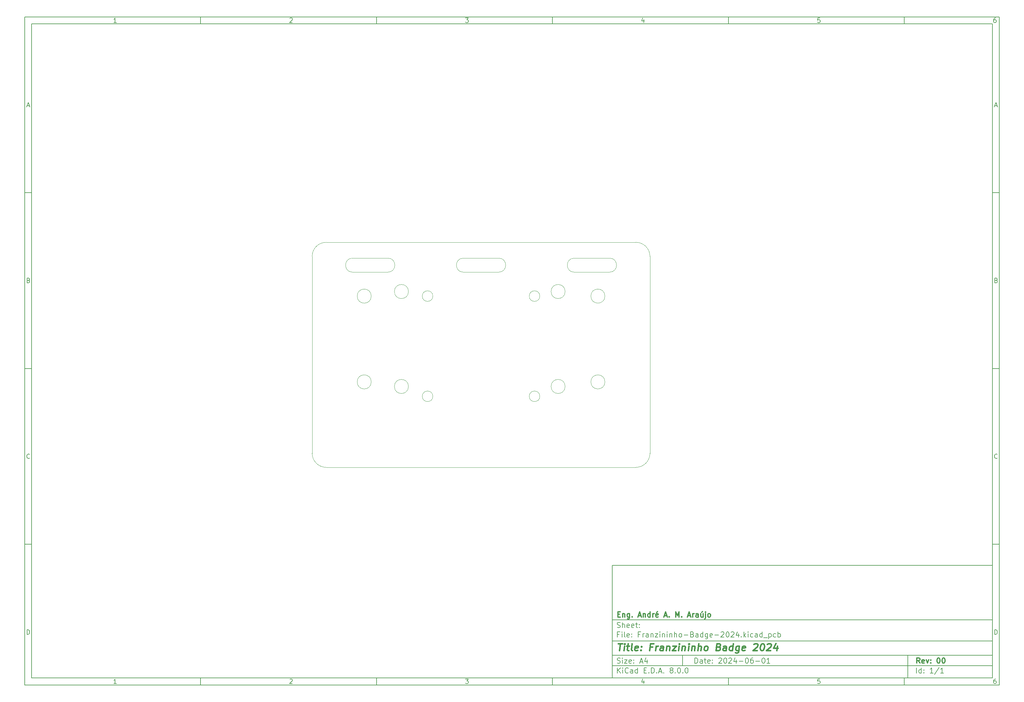
<source format=gbr>
%TF.GenerationSoftware,KiCad,Pcbnew,8.0.0*%
%TF.CreationDate,2024-06-01T14:18:10-03:00*%
%TF.ProjectId,Franzininho-Badge-2024,4672616e-7a69-46e6-996e-686f2d426164,00*%
%TF.SameCoordinates,Original*%
%TF.FileFunction,Profile,NP*%
%FSLAX46Y46*%
G04 Gerber Fmt 4.6, Leading zero omitted, Abs format (unit mm)*
G04 Created by KiCad (PCBNEW 8.0.0) date 2024-06-01 14:18:10*
%MOMM*%
%LPD*%
G01*
G04 APERTURE LIST*
%ADD10C,0.100000*%
%ADD11C,0.150000*%
%ADD12C,0.300000*%
%ADD13C,0.400000*%
%TA.AperFunction,Profile*%
%ADD14C,0.050000*%
%TD*%
G04 APERTURE END LIST*
D10*
D11*
X177002200Y-166007200D02*
X285002200Y-166007200D01*
X285002200Y-198007200D01*
X177002200Y-198007200D01*
X177002200Y-166007200D01*
D10*
D11*
X10000000Y-10000000D02*
X287002200Y-10000000D01*
X287002200Y-200007200D01*
X10000000Y-200007200D01*
X10000000Y-10000000D01*
D10*
D11*
X12000000Y-12000000D02*
X285002200Y-12000000D01*
X285002200Y-198007200D01*
X12000000Y-198007200D01*
X12000000Y-12000000D01*
D10*
D11*
X60000000Y-12000000D02*
X60000000Y-10000000D01*
D10*
D11*
X110000000Y-12000000D02*
X110000000Y-10000000D01*
D10*
D11*
X160000000Y-12000000D02*
X160000000Y-10000000D01*
D10*
D11*
X210000000Y-12000000D02*
X210000000Y-10000000D01*
D10*
D11*
X260000000Y-12000000D02*
X260000000Y-10000000D01*
D10*
D11*
X36089160Y-11593604D02*
X35346303Y-11593604D01*
X35717731Y-11593604D02*
X35717731Y-10293604D01*
X35717731Y-10293604D02*
X35593922Y-10479319D01*
X35593922Y-10479319D02*
X35470112Y-10603128D01*
X35470112Y-10603128D02*
X35346303Y-10665033D01*
D10*
D11*
X85346303Y-10417414D02*
X85408207Y-10355509D01*
X85408207Y-10355509D02*
X85532017Y-10293604D01*
X85532017Y-10293604D02*
X85841541Y-10293604D01*
X85841541Y-10293604D02*
X85965350Y-10355509D01*
X85965350Y-10355509D02*
X86027255Y-10417414D01*
X86027255Y-10417414D02*
X86089160Y-10541223D01*
X86089160Y-10541223D02*
X86089160Y-10665033D01*
X86089160Y-10665033D02*
X86027255Y-10850747D01*
X86027255Y-10850747D02*
X85284398Y-11593604D01*
X85284398Y-11593604D02*
X86089160Y-11593604D01*
D10*
D11*
X135284398Y-10293604D02*
X136089160Y-10293604D01*
X136089160Y-10293604D02*
X135655826Y-10788842D01*
X135655826Y-10788842D02*
X135841541Y-10788842D01*
X135841541Y-10788842D02*
X135965350Y-10850747D01*
X135965350Y-10850747D02*
X136027255Y-10912652D01*
X136027255Y-10912652D02*
X136089160Y-11036461D01*
X136089160Y-11036461D02*
X136089160Y-11345985D01*
X136089160Y-11345985D02*
X136027255Y-11469795D01*
X136027255Y-11469795D02*
X135965350Y-11531700D01*
X135965350Y-11531700D02*
X135841541Y-11593604D01*
X135841541Y-11593604D02*
X135470112Y-11593604D01*
X135470112Y-11593604D02*
X135346303Y-11531700D01*
X135346303Y-11531700D02*
X135284398Y-11469795D01*
D10*
D11*
X185965350Y-10726938D02*
X185965350Y-11593604D01*
X185655826Y-10231700D02*
X185346303Y-11160271D01*
X185346303Y-11160271D02*
X186151064Y-11160271D01*
D10*
D11*
X236027255Y-10293604D02*
X235408207Y-10293604D01*
X235408207Y-10293604D02*
X235346303Y-10912652D01*
X235346303Y-10912652D02*
X235408207Y-10850747D01*
X235408207Y-10850747D02*
X235532017Y-10788842D01*
X235532017Y-10788842D02*
X235841541Y-10788842D01*
X235841541Y-10788842D02*
X235965350Y-10850747D01*
X235965350Y-10850747D02*
X236027255Y-10912652D01*
X236027255Y-10912652D02*
X236089160Y-11036461D01*
X236089160Y-11036461D02*
X236089160Y-11345985D01*
X236089160Y-11345985D02*
X236027255Y-11469795D01*
X236027255Y-11469795D02*
X235965350Y-11531700D01*
X235965350Y-11531700D02*
X235841541Y-11593604D01*
X235841541Y-11593604D02*
X235532017Y-11593604D01*
X235532017Y-11593604D02*
X235408207Y-11531700D01*
X235408207Y-11531700D02*
X235346303Y-11469795D01*
D10*
D11*
X285965350Y-10293604D02*
X285717731Y-10293604D01*
X285717731Y-10293604D02*
X285593922Y-10355509D01*
X285593922Y-10355509D02*
X285532017Y-10417414D01*
X285532017Y-10417414D02*
X285408207Y-10603128D01*
X285408207Y-10603128D02*
X285346303Y-10850747D01*
X285346303Y-10850747D02*
X285346303Y-11345985D01*
X285346303Y-11345985D02*
X285408207Y-11469795D01*
X285408207Y-11469795D02*
X285470112Y-11531700D01*
X285470112Y-11531700D02*
X285593922Y-11593604D01*
X285593922Y-11593604D02*
X285841541Y-11593604D01*
X285841541Y-11593604D02*
X285965350Y-11531700D01*
X285965350Y-11531700D02*
X286027255Y-11469795D01*
X286027255Y-11469795D02*
X286089160Y-11345985D01*
X286089160Y-11345985D02*
X286089160Y-11036461D01*
X286089160Y-11036461D02*
X286027255Y-10912652D01*
X286027255Y-10912652D02*
X285965350Y-10850747D01*
X285965350Y-10850747D02*
X285841541Y-10788842D01*
X285841541Y-10788842D02*
X285593922Y-10788842D01*
X285593922Y-10788842D02*
X285470112Y-10850747D01*
X285470112Y-10850747D02*
X285408207Y-10912652D01*
X285408207Y-10912652D02*
X285346303Y-11036461D01*
D10*
D11*
X60000000Y-198007200D02*
X60000000Y-200007200D01*
D10*
D11*
X110000000Y-198007200D02*
X110000000Y-200007200D01*
D10*
D11*
X160000000Y-198007200D02*
X160000000Y-200007200D01*
D10*
D11*
X210000000Y-198007200D02*
X210000000Y-200007200D01*
D10*
D11*
X260000000Y-198007200D02*
X260000000Y-200007200D01*
D10*
D11*
X36089160Y-199600804D02*
X35346303Y-199600804D01*
X35717731Y-199600804D02*
X35717731Y-198300804D01*
X35717731Y-198300804D02*
X35593922Y-198486519D01*
X35593922Y-198486519D02*
X35470112Y-198610328D01*
X35470112Y-198610328D02*
X35346303Y-198672233D01*
D10*
D11*
X85346303Y-198424614D02*
X85408207Y-198362709D01*
X85408207Y-198362709D02*
X85532017Y-198300804D01*
X85532017Y-198300804D02*
X85841541Y-198300804D01*
X85841541Y-198300804D02*
X85965350Y-198362709D01*
X85965350Y-198362709D02*
X86027255Y-198424614D01*
X86027255Y-198424614D02*
X86089160Y-198548423D01*
X86089160Y-198548423D02*
X86089160Y-198672233D01*
X86089160Y-198672233D02*
X86027255Y-198857947D01*
X86027255Y-198857947D02*
X85284398Y-199600804D01*
X85284398Y-199600804D02*
X86089160Y-199600804D01*
D10*
D11*
X135284398Y-198300804D02*
X136089160Y-198300804D01*
X136089160Y-198300804D02*
X135655826Y-198796042D01*
X135655826Y-198796042D02*
X135841541Y-198796042D01*
X135841541Y-198796042D02*
X135965350Y-198857947D01*
X135965350Y-198857947D02*
X136027255Y-198919852D01*
X136027255Y-198919852D02*
X136089160Y-199043661D01*
X136089160Y-199043661D02*
X136089160Y-199353185D01*
X136089160Y-199353185D02*
X136027255Y-199476995D01*
X136027255Y-199476995D02*
X135965350Y-199538900D01*
X135965350Y-199538900D02*
X135841541Y-199600804D01*
X135841541Y-199600804D02*
X135470112Y-199600804D01*
X135470112Y-199600804D02*
X135346303Y-199538900D01*
X135346303Y-199538900D02*
X135284398Y-199476995D01*
D10*
D11*
X185965350Y-198734138D02*
X185965350Y-199600804D01*
X185655826Y-198238900D02*
X185346303Y-199167471D01*
X185346303Y-199167471D02*
X186151064Y-199167471D01*
D10*
D11*
X236027255Y-198300804D02*
X235408207Y-198300804D01*
X235408207Y-198300804D02*
X235346303Y-198919852D01*
X235346303Y-198919852D02*
X235408207Y-198857947D01*
X235408207Y-198857947D02*
X235532017Y-198796042D01*
X235532017Y-198796042D02*
X235841541Y-198796042D01*
X235841541Y-198796042D02*
X235965350Y-198857947D01*
X235965350Y-198857947D02*
X236027255Y-198919852D01*
X236027255Y-198919852D02*
X236089160Y-199043661D01*
X236089160Y-199043661D02*
X236089160Y-199353185D01*
X236089160Y-199353185D02*
X236027255Y-199476995D01*
X236027255Y-199476995D02*
X235965350Y-199538900D01*
X235965350Y-199538900D02*
X235841541Y-199600804D01*
X235841541Y-199600804D02*
X235532017Y-199600804D01*
X235532017Y-199600804D02*
X235408207Y-199538900D01*
X235408207Y-199538900D02*
X235346303Y-199476995D01*
D10*
D11*
X285965350Y-198300804D02*
X285717731Y-198300804D01*
X285717731Y-198300804D02*
X285593922Y-198362709D01*
X285593922Y-198362709D02*
X285532017Y-198424614D01*
X285532017Y-198424614D02*
X285408207Y-198610328D01*
X285408207Y-198610328D02*
X285346303Y-198857947D01*
X285346303Y-198857947D02*
X285346303Y-199353185D01*
X285346303Y-199353185D02*
X285408207Y-199476995D01*
X285408207Y-199476995D02*
X285470112Y-199538900D01*
X285470112Y-199538900D02*
X285593922Y-199600804D01*
X285593922Y-199600804D02*
X285841541Y-199600804D01*
X285841541Y-199600804D02*
X285965350Y-199538900D01*
X285965350Y-199538900D02*
X286027255Y-199476995D01*
X286027255Y-199476995D02*
X286089160Y-199353185D01*
X286089160Y-199353185D02*
X286089160Y-199043661D01*
X286089160Y-199043661D02*
X286027255Y-198919852D01*
X286027255Y-198919852D02*
X285965350Y-198857947D01*
X285965350Y-198857947D02*
X285841541Y-198796042D01*
X285841541Y-198796042D02*
X285593922Y-198796042D01*
X285593922Y-198796042D02*
X285470112Y-198857947D01*
X285470112Y-198857947D02*
X285408207Y-198919852D01*
X285408207Y-198919852D02*
X285346303Y-199043661D01*
D10*
D11*
X10000000Y-60000000D02*
X12000000Y-60000000D01*
D10*
D11*
X10000000Y-110000000D02*
X12000000Y-110000000D01*
D10*
D11*
X10000000Y-160000000D02*
X12000000Y-160000000D01*
D10*
D11*
X10690476Y-35222176D02*
X11309523Y-35222176D01*
X10566666Y-35593604D02*
X10999999Y-34293604D01*
X10999999Y-34293604D02*
X11433333Y-35593604D01*
D10*
D11*
X11092857Y-84912652D02*
X11278571Y-84974557D01*
X11278571Y-84974557D02*
X11340476Y-85036461D01*
X11340476Y-85036461D02*
X11402380Y-85160271D01*
X11402380Y-85160271D02*
X11402380Y-85345985D01*
X11402380Y-85345985D02*
X11340476Y-85469795D01*
X11340476Y-85469795D02*
X11278571Y-85531700D01*
X11278571Y-85531700D02*
X11154761Y-85593604D01*
X11154761Y-85593604D02*
X10659523Y-85593604D01*
X10659523Y-85593604D02*
X10659523Y-84293604D01*
X10659523Y-84293604D02*
X11092857Y-84293604D01*
X11092857Y-84293604D02*
X11216666Y-84355509D01*
X11216666Y-84355509D02*
X11278571Y-84417414D01*
X11278571Y-84417414D02*
X11340476Y-84541223D01*
X11340476Y-84541223D02*
X11340476Y-84665033D01*
X11340476Y-84665033D02*
X11278571Y-84788842D01*
X11278571Y-84788842D02*
X11216666Y-84850747D01*
X11216666Y-84850747D02*
X11092857Y-84912652D01*
X11092857Y-84912652D02*
X10659523Y-84912652D01*
D10*
D11*
X11402380Y-135469795D02*
X11340476Y-135531700D01*
X11340476Y-135531700D02*
X11154761Y-135593604D01*
X11154761Y-135593604D02*
X11030952Y-135593604D01*
X11030952Y-135593604D02*
X10845238Y-135531700D01*
X10845238Y-135531700D02*
X10721428Y-135407890D01*
X10721428Y-135407890D02*
X10659523Y-135284080D01*
X10659523Y-135284080D02*
X10597619Y-135036461D01*
X10597619Y-135036461D02*
X10597619Y-134850747D01*
X10597619Y-134850747D02*
X10659523Y-134603128D01*
X10659523Y-134603128D02*
X10721428Y-134479319D01*
X10721428Y-134479319D02*
X10845238Y-134355509D01*
X10845238Y-134355509D02*
X11030952Y-134293604D01*
X11030952Y-134293604D02*
X11154761Y-134293604D01*
X11154761Y-134293604D02*
X11340476Y-134355509D01*
X11340476Y-134355509D02*
X11402380Y-134417414D01*
D10*
D11*
X10659523Y-185593604D02*
X10659523Y-184293604D01*
X10659523Y-184293604D02*
X10969047Y-184293604D01*
X10969047Y-184293604D02*
X11154761Y-184355509D01*
X11154761Y-184355509D02*
X11278571Y-184479319D01*
X11278571Y-184479319D02*
X11340476Y-184603128D01*
X11340476Y-184603128D02*
X11402380Y-184850747D01*
X11402380Y-184850747D02*
X11402380Y-185036461D01*
X11402380Y-185036461D02*
X11340476Y-185284080D01*
X11340476Y-185284080D02*
X11278571Y-185407890D01*
X11278571Y-185407890D02*
X11154761Y-185531700D01*
X11154761Y-185531700D02*
X10969047Y-185593604D01*
X10969047Y-185593604D02*
X10659523Y-185593604D01*
D10*
D11*
X287002200Y-60000000D02*
X285002200Y-60000000D01*
D10*
D11*
X287002200Y-110000000D02*
X285002200Y-110000000D01*
D10*
D11*
X287002200Y-160000000D02*
X285002200Y-160000000D01*
D10*
D11*
X285692676Y-35222176D02*
X286311723Y-35222176D01*
X285568866Y-35593604D02*
X286002199Y-34293604D01*
X286002199Y-34293604D02*
X286435533Y-35593604D01*
D10*
D11*
X286095057Y-84912652D02*
X286280771Y-84974557D01*
X286280771Y-84974557D02*
X286342676Y-85036461D01*
X286342676Y-85036461D02*
X286404580Y-85160271D01*
X286404580Y-85160271D02*
X286404580Y-85345985D01*
X286404580Y-85345985D02*
X286342676Y-85469795D01*
X286342676Y-85469795D02*
X286280771Y-85531700D01*
X286280771Y-85531700D02*
X286156961Y-85593604D01*
X286156961Y-85593604D02*
X285661723Y-85593604D01*
X285661723Y-85593604D02*
X285661723Y-84293604D01*
X285661723Y-84293604D02*
X286095057Y-84293604D01*
X286095057Y-84293604D02*
X286218866Y-84355509D01*
X286218866Y-84355509D02*
X286280771Y-84417414D01*
X286280771Y-84417414D02*
X286342676Y-84541223D01*
X286342676Y-84541223D02*
X286342676Y-84665033D01*
X286342676Y-84665033D02*
X286280771Y-84788842D01*
X286280771Y-84788842D02*
X286218866Y-84850747D01*
X286218866Y-84850747D02*
X286095057Y-84912652D01*
X286095057Y-84912652D02*
X285661723Y-84912652D01*
D10*
D11*
X286404580Y-135469795D02*
X286342676Y-135531700D01*
X286342676Y-135531700D02*
X286156961Y-135593604D01*
X286156961Y-135593604D02*
X286033152Y-135593604D01*
X286033152Y-135593604D02*
X285847438Y-135531700D01*
X285847438Y-135531700D02*
X285723628Y-135407890D01*
X285723628Y-135407890D02*
X285661723Y-135284080D01*
X285661723Y-135284080D02*
X285599819Y-135036461D01*
X285599819Y-135036461D02*
X285599819Y-134850747D01*
X285599819Y-134850747D02*
X285661723Y-134603128D01*
X285661723Y-134603128D02*
X285723628Y-134479319D01*
X285723628Y-134479319D02*
X285847438Y-134355509D01*
X285847438Y-134355509D02*
X286033152Y-134293604D01*
X286033152Y-134293604D02*
X286156961Y-134293604D01*
X286156961Y-134293604D02*
X286342676Y-134355509D01*
X286342676Y-134355509D02*
X286404580Y-134417414D01*
D10*
D11*
X285661723Y-185593604D02*
X285661723Y-184293604D01*
X285661723Y-184293604D02*
X285971247Y-184293604D01*
X285971247Y-184293604D02*
X286156961Y-184355509D01*
X286156961Y-184355509D02*
X286280771Y-184479319D01*
X286280771Y-184479319D02*
X286342676Y-184603128D01*
X286342676Y-184603128D02*
X286404580Y-184850747D01*
X286404580Y-184850747D02*
X286404580Y-185036461D01*
X286404580Y-185036461D02*
X286342676Y-185284080D01*
X286342676Y-185284080D02*
X286280771Y-185407890D01*
X286280771Y-185407890D02*
X286156961Y-185531700D01*
X286156961Y-185531700D02*
X285971247Y-185593604D01*
X285971247Y-185593604D02*
X285661723Y-185593604D01*
D10*
D11*
X200458026Y-193793328D02*
X200458026Y-192293328D01*
X200458026Y-192293328D02*
X200815169Y-192293328D01*
X200815169Y-192293328D02*
X201029455Y-192364757D01*
X201029455Y-192364757D02*
X201172312Y-192507614D01*
X201172312Y-192507614D02*
X201243741Y-192650471D01*
X201243741Y-192650471D02*
X201315169Y-192936185D01*
X201315169Y-192936185D02*
X201315169Y-193150471D01*
X201315169Y-193150471D02*
X201243741Y-193436185D01*
X201243741Y-193436185D02*
X201172312Y-193579042D01*
X201172312Y-193579042D02*
X201029455Y-193721900D01*
X201029455Y-193721900D02*
X200815169Y-193793328D01*
X200815169Y-193793328D02*
X200458026Y-193793328D01*
X202600884Y-193793328D02*
X202600884Y-193007614D01*
X202600884Y-193007614D02*
X202529455Y-192864757D01*
X202529455Y-192864757D02*
X202386598Y-192793328D01*
X202386598Y-192793328D02*
X202100884Y-192793328D01*
X202100884Y-192793328D02*
X201958026Y-192864757D01*
X202600884Y-193721900D02*
X202458026Y-193793328D01*
X202458026Y-193793328D02*
X202100884Y-193793328D01*
X202100884Y-193793328D02*
X201958026Y-193721900D01*
X201958026Y-193721900D02*
X201886598Y-193579042D01*
X201886598Y-193579042D02*
X201886598Y-193436185D01*
X201886598Y-193436185D02*
X201958026Y-193293328D01*
X201958026Y-193293328D02*
X202100884Y-193221900D01*
X202100884Y-193221900D02*
X202458026Y-193221900D01*
X202458026Y-193221900D02*
X202600884Y-193150471D01*
X203100884Y-192793328D02*
X203672312Y-192793328D01*
X203315169Y-192293328D02*
X203315169Y-193579042D01*
X203315169Y-193579042D02*
X203386598Y-193721900D01*
X203386598Y-193721900D02*
X203529455Y-193793328D01*
X203529455Y-193793328D02*
X203672312Y-193793328D01*
X204743741Y-193721900D02*
X204600884Y-193793328D01*
X204600884Y-193793328D02*
X204315170Y-193793328D01*
X204315170Y-193793328D02*
X204172312Y-193721900D01*
X204172312Y-193721900D02*
X204100884Y-193579042D01*
X204100884Y-193579042D02*
X204100884Y-193007614D01*
X204100884Y-193007614D02*
X204172312Y-192864757D01*
X204172312Y-192864757D02*
X204315170Y-192793328D01*
X204315170Y-192793328D02*
X204600884Y-192793328D01*
X204600884Y-192793328D02*
X204743741Y-192864757D01*
X204743741Y-192864757D02*
X204815170Y-193007614D01*
X204815170Y-193007614D02*
X204815170Y-193150471D01*
X204815170Y-193150471D02*
X204100884Y-193293328D01*
X205458026Y-193650471D02*
X205529455Y-193721900D01*
X205529455Y-193721900D02*
X205458026Y-193793328D01*
X205458026Y-193793328D02*
X205386598Y-193721900D01*
X205386598Y-193721900D02*
X205458026Y-193650471D01*
X205458026Y-193650471D02*
X205458026Y-193793328D01*
X205458026Y-192864757D02*
X205529455Y-192936185D01*
X205529455Y-192936185D02*
X205458026Y-193007614D01*
X205458026Y-193007614D02*
X205386598Y-192936185D01*
X205386598Y-192936185D02*
X205458026Y-192864757D01*
X205458026Y-192864757D02*
X205458026Y-193007614D01*
X207243741Y-192436185D02*
X207315169Y-192364757D01*
X207315169Y-192364757D02*
X207458027Y-192293328D01*
X207458027Y-192293328D02*
X207815169Y-192293328D01*
X207815169Y-192293328D02*
X207958027Y-192364757D01*
X207958027Y-192364757D02*
X208029455Y-192436185D01*
X208029455Y-192436185D02*
X208100884Y-192579042D01*
X208100884Y-192579042D02*
X208100884Y-192721900D01*
X208100884Y-192721900D02*
X208029455Y-192936185D01*
X208029455Y-192936185D02*
X207172312Y-193793328D01*
X207172312Y-193793328D02*
X208100884Y-193793328D01*
X209029455Y-192293328D02*
X209172312Y-192293328D01*
X209172312Y-192293328D02*
X209315169Y-192364757D01*
X209315169Y-192364757D02*
X209386598Y-192436185D01*
X209386598Y-192436185D02*
X209458026Y-192579042D01*
X209458026Y-192579042D02*
X209529455Y-192864757D01*
X209529455Y-192864757D02*
X209529455Y-193221900D01*
X209529455Y-193221900D02*
X209458026Y-193507614D01*
X209458026Y-193507614D02*
X209386598Y-193650471D01*
X209386598Y-193650471D02*
X209315169Y-193721900D01*
X209315169Y-193721900D02*
X209172312Y-193793328D01*
X209172312Y-193793328D02*
X209029455Y-193793328D01*
X209029455Y-193793328D02*
X208886598Y-193721900D01*
X208886598Y-193721900D02*
X208815169Y-193650471D01*
X208815169Y-193650471D02*
X208743740Y-193507614D01*
X208743740Y-193507614D02*
X208672312Y-193221900D01*
X208672312Y-193221900D02*
X208672312Y-192864757D01*
X208672312Y-192864757D02*
X208743740Y-192579042D01*
X208743740Y-192579042D02*
X208815169Y-192436185D01*
X208815169Y-192436185D02*
X208886598Y-192364757D01*
X208886598Y-192364757D02*
X209029455Y-192293328D01*
X210100883Y-192436185D02*
X210172311Y-192364757D01*
X210172311Y-192364757D02*
X210315169Y-192293328D01*
X210315169Y-192293328D02*
X210672311Y-192293328D01*
X210672311Y-192293328D02*
X210815169Y-192364757D01*
X210815169Y-192364757D02*
X210886597Y-192436185D01*
X210886597Y-192436185D02*
X210958026Y-192579042D01*
X210958026Y-192579042D02*
X210958026Y-192721900D01*
X210958026Y-192721900D02*
X210886597Y-192936185D01*
X210886597Y-192936185D02*
X210029454Y-193793328D01*
X210029454Y-193793328D02*
X210958026Y-193793328D01*
X212243740Y-192793328D02*
X212243740Y-193793328D01*
X211886597Y-192221900D02*
X211529454Y-193293328D01*
X211529454Y-193293328D02*
X212458025Y-193293328D01*
X213029453Y-193221900D02*
X214172311Y-193221900D01*
X215172311Y-192293328D02*
X215315168Y-192293328D01*
X215315168Y-192293328D02*
X215458025Y-192364757D01*
X215458025Y-192364757D02*
X215529454Y-192436185D01*
X215529454Y-192436185D02*
X215600882Y-192579042D01*
X215600882Y-192579042D02*
X215672311Y-192864757D01*
X215672311Y-192864757D02*
X215672311Y-193221900D01*
X215672311Y-193221900D02*
X215600882Y-193507614D01*
X215600882Y-193507614D02*
X215529454Y-193650471D01*
X215529454Y-193650471D02*
X215458025Y-193721900D01*
X215458025Y-193721900D02*
X215315168Y-193793328D01*
X215315168Y-193793328D02*
X215172311Y-193793328D01*
X215172311Y-193793328D02*
X215029454Y-193721900D01*
X215029454Y-193721900D02*
X214958025Y-193650471D01*
X214958025Y-193650471D02*
X214886596Y-193507614D01*
X214886596Y-193507614D02*
X214815168Y-193221900D01*
X214815168Y-193221900D02*
X214815168Y-192864757D01*
X214815168Y-192864757D02*
X214886596Y-192579042D01*
X214886596Y-192579042D02*
X214958025Y-192436185D01*
X214958025Y-192436185D02*
X215029454Y-192364757D01*
X215029454Y-192364757D02*
X215172311Y-192293328D01*
X216958025Y-192293328D02*
X216672310Y-192293328D01*
X216672310Y-192293328D02*
X216529453Y-192364757D01*
X216529453Y-192364757D02*
X216458025Y-192436185D01*
X216458025Y-192436185D02*
X216315167Y-192650471D01*
X216315167Y-192650471D02*
X216243739Y-192936185D01*
X216243739Y-192936185D02*
X216243739Y-193507614D01*
X216243739Y-193507614D02*
X216315167Y-193650471D01*
X216315167Y-193650471D02*
X216386596Y-193721900D01*
X216386596Y-193721900D02*
X216529453Y-193793328D01*
X216529453Y-193793328D02*
X216815167Y-193793328D01*
X216815167Y-193793328D02*
X216958025Y-193721900D01*
X216958025Y-193721900D02*
X217029453Y-193650471D01*
X217029453Y-193650471D02*
X217100882Y-193507614D01*
X217100882Y-193507614D02*
X217100882Y-193150471D01*
X217100882Y-193150471D02*
X217029453Y-193007614D01*
X217029453Y-193007614D02*
X216958025Y-192936185D01*
X216958025Y-192936185D02*
X216815167Y-192864757D01*
X216815167Y-192864757D02*
X216529453Y-192864757D01*
X216529453Y-192864757D02*
X216386596Y-192936185D01*
X216386596Y-192936185D02*
X216315167Y-193007614D01*
X216315167Y-193007614D02*
X216243739Y-193150471D01*
X217743738Y-193221900D02*
X218886596Y-193221900D01*
X219886596Y-192293328D02*
X220029453Y-192293328D01*
X220029453Y-192293328D02*
X220172310Y-192364757D01*
X220172310Y-192364757D02*
X220243739Y-192436185D01*
X220243739Y-192436185D02*
X220315167Y-192579042D01*
X220315167Y-192579042D02*
X220386596Y-192864757D01*
X220386596Y-192864757D02*
X220386596Y-193221900D01*
X220386596Y-193221900D02*
X220315167Y-193507614D01*
X220315167Y-193507614D02*
X220243739Y-193650471D01*
X220243739Y-193650471D02*
X220172310Y-193721900D01*
X220172310Y-193721900D02*
X220029453Y-193793328D01*
X220029453Y-193793328D02*
X219886596Y-193793328D01*
X219886596Y-193793328D02*
X219743739Y-193721900D01*
X219743739Y-193721900D02*
X219672310Y-193650471D01*
X219672310Y-193650471D02*
X219600881Y-193507614D01*
X219600881Y-193507614D02*
X219529453Y-193221900D01*
X219529453Y-193221900D02*
X219529453Y-192864757D01*
X219529453Y-192864757D02*
X219600881Y-192579042D01*
X219600881Y-192579042D02*
X219672310Y-192436185D01*
X219672310Y-192436185D02*
X219743739Y-192364757D01*
X219743739Y-192364757D02*
X219886596Y-192293328D01*
X221815167Y-193793328D02*
X220958024Y-193793328D01*
X221386595Y-193793328D02*
X221386595Y-192293328D01*
X221386595Y-192293328D02*
X221243738Y-192507614D01*
X221243738Y-192507614D02*
X221100881Y-192650471D01*
X221100881Y-192650471D02*
X220958024Y-192721900D01*
D10*
D11*
X177002200Y-194507200D02*
X285002200Y-194507200D01*
D10*
D11*
X178458026Y-196593328D02*
X178458026Y-195093328D01*
X179315169Y-196593328D02*
X178672312Y-195736185D01*
X179315169Y-195093328D02*
X178458026Y-195950471D01*
X179958026Y-196593328D02*
X179958026Y-195593328D01*
X179958026Y-195093328D02*
X179886598Y-195164757D01*
X179886598Y-195164757D02*
X179958026Y-195236185D01*
X179958026Y-195236185D02*
X180029455Y-195164757D01*
X180029455Y-195164757D02*
X179958026Y-195093328D01*
X179958026Y-195093328D02*
X179958026Y-195236185D01*
X181529455Y-196450471D02*
X181458027Y-196521900D01*
X181458027Y-196521900D02*
X181243741Y-196593328D01*
X181243741Y-196593328D02*
X181100884Y-196593328D01*
X181100884Y-196593328D02*
X180886598Y-196521900D01*
X180886598Y-196521900D02*
X180743741Y-196379042D01*
X180743741Y-196379042D02*
X180672312Y-196236185D01*
X180672312Y-196236185D02*
X180600884Y-195950471D01*
X180600884Y-195950471D02*
X180600884Y-195736185D01*
X180600884Y-195736185D02*
X180672312Y-195450471D01*
X180672312Y-195450471D02*
X180743741Y-195307614D01*
X180743741Y-195307614D02*
X180886598Y-195164757D01*
X180886598Y-195164757D02*
X181100884Y-195093328D01*
X181100884Y-195093328D02*
X181243741Y-195093328D01*
X181243741Y-195093328D02*
X181458027Y-195164757D01*
X181458027Y-195164757D02*
X181529455Y-195236185D01*
X182815170Y-196593328D02*
X182815170Y-195807614D01*
X182815170Y-195807614D02*
X182743741Y-195664757D01*
X182743741Y-195664757D02*
X182600884Y-195593328D01*
X182600884Y-195593328D02*
X182315170Y-195593328D01*
X182315170Y-195593328D02*
X182172312Y-195664757D01*
X182815170Y-196521900D02*
X182672312Y-196593328D01*
X182672312Y-196593328D02*
X182315170Y-196593328D01*
X182315170Y-196593328D02*
X182172312Y-196521900D01*
X182172312Y-196521900D02*
X182100884Y-196379042D01*
X182100884Y-196379042D02*
X182100884Y-196236185D01*
X182100884Y-196236185D02*
X182172312Y-196093328D01*
X182172312Y-196093328D02*
X182315170Y-196021900D01*
X182315170Y-196021900D02*
X182672312Y-196021900D01*
X182672312Y-196021900D02*
X182815170Y-195950471D01*
X184172313Y-196593328D02*
X184172313Y-195093328D01*
X184172313Y-196521900D02*
X184029455Y-196593328D01*
X184029455Y-196593328D02*
X183743741Y-196593328D01*
X183743741Y-196593328D02*
X183600884Y-196521900D01*
X183600884Y-196521900D02*
X183529455Y-196450471D01*
X183529455Y-196450471D02*
X183458027Y-196307614D01*
X183458027Y-196307614D02*
X183458027Y-195879042D01*
X183458027Y-195879042D02*
X183529455Y-195736185D01*
X183529455Y-195736185D02*
X183600884Y-195664757D01*
X183600884Y-195664757D02*
X183743741Y-195593328D01*
X183743741Y-195593328D02*
X184029455Y-195593328D01*
X184029455Y-195593328D02*
X184172313Y-195664757D01*
X186029455Y-195807614D02*
X186529455Y-195807614D01*
X186743741Y-196593328D02*
X186029455Y-196593328D01*
X186029455Y-196593328D02*
X186029455Y-195093328D01*
X186029455Y-195093328D02*
X186743741Y-195093328D01*
X187386598Y-196450471D02*
X187458027Y-196521900D01*
X187458027Y-196521900D02*
X187386598Y-196593328D01*
X187386598Y-196593328D02*
X187315170Y-196521900D01*
X187315170Y-196521900D02*
X187386598Y-196450471D01*
X187386598Y-196450471D02*
X187386598Y-196593328D01*
X188100884Y-196593328D02*
X188100884Y-195093328D01*
X188100884Y-195093328D02*
X188458027Y-195093328D01*
X188458027Y-195093328D02*
X188672313Y-195164757D01*
X188672313Y-195164757D02*
X188815170Y-195307614D01*
X188815170Y-195307614D02*
X188886599Y-195450471D01*
X188886599Y-195450471D02*
X188958027Y-195736185D01*
X188958027Y-195736185D02*
X188958027Y-195950471D01*
X188958027Y-195950471D02*
X188886599Y-196236185D01*
X188886599Y-196236185D02*
X188815170Y-196379042D01*
X188815170Y-196379042D02*
X188672313Y-196521900D01*
X188672313Y-196521900D02*
X188458027Y-196593328D01*
X188458027Y-196593328D02*
X188100884Y-196593328D01*
X189600884Y-196450471D02*
X189672313Y-196521900D01*
X189672313Y-196521900D02*
X189600884Y-196593328D01*
X189600884Y-196593328D02*
X189529456Y-196521900D01*
X189529456Y-196521900D02*
X189600884Y-196450471D01*
X189600884Y-196450471D02*
X189600884Y-196593328D01*
X190243742Y-196164757D02*
X190958028Y-196164757D01*
X190100885Y-196593328D02*
X190600885Y-195093328D01*
X190600885Y-195093328D02*
X191100885Y-196593328D01*
X191600884Y-196450471D02*
X191672313Y-196521900D01*
X191672313Y-196521900D02*
X191600884Y-196593328D01*
X191600884Y-196593328D02*
X191529456Y-196521900D01*
X191529456Y-196521900D02*
X191600884Y-196450471D01*
X191600884Y-196450471D02*
X191600884Y-196593328D01*
X193672313Y-195736185D02*
X193529456Y-195664757D01*
X193529456Y-195664757D02*
X193458027Y-195593328D01*
X193458027Y-195593328D02*
X193386599Y-195450471D01*
X193386599Y-195450471D02*
X193386599Y-195379042D01*
X193386599Y-195379042D02*
X193458027Y-195236185D01*
X193458027Y-195236185D02*
X193529456Y-195164757D01*
X193529456Y-195164757D02*
X193672313Y-195093328D01*
X193672313Y-195093328D02*
X193958027Y-195093328D01*
X193958027Y-195093328D02*
X194100885Y-195164757D01*
X194100885Y-195164757D02*
X194172313Y-195236185D01*
X194172313Y-195236185D02*
X194243742Y-195379042D01*
X194243742Y-195379042D02*
X194243742Y-195450471D01*
X194243742Y-195450471D02*
X194172313Y-195593328D01*
X194172313Y-195593328D02*
X194100885Y-195664757D01*
X194100885Y-195664757D02*
X193958027Y-195736185D01*
X193958027Y-195736185D02*
X193672313Y-195736185D01*
X193672313Y-195736185D02*
X193529456Y-195807614D01*
X193529456Y-195807614D02*
X193458027Y-195879042D01*
X193458027Y-195879042D02*
X193386599Y-196021900D01*
X193386599Y-196021900D02*
X193386599Y-196307614D01*
X193386599Y-196307614D02*
X193458027Y-196450471D01*
X193458027Y-196450471D02*
X193529456Y-196521900D01*
X193529456Y-196521900D02*
X193672313Y-196593328D01*
X193672313Y-196593328D02*
X193958027Y-196593328D01*
X193958027Y-196593328D02*
X194100885Y-196521900D01*
X194100885Y-196521900D02*
X194172313Y-196450471D01*
X194172313Y-196450471D02*
X194243742Y-196307614D01*
X194243742Y-196307614D02*
X194243742Y-196021900D01*
X194243742Y-196021900D02*
X194172313Y-195879042D01*
X194172313Y-195879042D02*
X194100885Y-195807614D01*
X194100885Y-195807614D02*
X193958027Y-195736185D01*
X194886598Y-196450471D02*
X194958027Y-196521900D01*
X194958027Y-196521900D02*
X194886598Y-196593328D01*
X194886598Y-196593328D02*
X194815170Y-196521900D01*
X194815170Y-196521900D02*
X194886598Y-196450471D01*
X194886598Y-196450471D02*
X194886598Y-196593328D01*
X195886599Y-195093328D02*
X196029456Y-195093328D01*
X196029456Y-195093328D02*
X196172313Y-195164757D01*
X196172313Y-195164757D02*
X196243742Y-195236185D01*
X196243742Y-195236185D02*
X196315170Y-195379042D01*
X196315170Y-195379042D02*
X196386599Y-195664757D01*
X196386599Y-195664757D02*
X196386599Y-196021900D01*
X196386599Y-196021900D02*
X196315170Y-196307614D01*
X196315170Y-196307614D02*
X196243742Y-196450471D01*
X196243742Y-196450471D02*
X196172313Y-196521900D01*
X196172313Y-196521900D02*
X196029456Y-196593328D01*
X196029456Y-196593328D02*
X195886599Y-196593328D01*
X195886599Y-196593328D02*
X195743742Y-196521900D01*
X195743742Y-196521900D02*
X195672313Y-196450471D01*
X195672313Y-196450471D02*
X195600884Y-196307614D01*
X195600884Y-196307614D02*
X195529456Y-196021900D01*
X195529456Y-196021900D02*
X195529456Y-195664757D01*
X195529456Y-195664757D02*
X195600884Y-195379042D01*
X195600884Y-195379042D02*
X195672313Y-195236185D01*
X195672313Y-195236185D02*
X195743742Y-195164757D01*
X195743742Y-195164757D02*
X195886599Y-195093328D01*
X197029455Y-196450471D02*
X197100884Y-196521900D01*
X197100884Y-196521900D02*
X197029455Y-196593328D01*
X197029455Y-196593328D02*
X196958027Y-196521900D01*
X196958027Y-196521900D02*
X197029455Y-196450471D01*
X197029455Y-196450471D02*
X197029455Y-196593328D01*
X198029456Y-195093328D02*
X198172313Y-195093328D01*
X198172313Y-195093328D02*
X198315170Y-195164757D01*
X198315170Y-195164757D02*
X198386599Y-195236185D01*
X198386599Y-195236185D02*
X198458027Y-195379042D01*
X198458027Y-195379042D02*
X198529456Y-195664757D01*
X198529456Y-195664757D02*
X198529456Y-196021900D01*
X198529456Y-196021900D02*
X198458027Y-196307614D01*
X198458027Y-196307614D02*
X198386599Y-196450471D01*
X198386599Y-196450471D02*
X198315170Y-196521900D01*
X198315170Y-196521900D02*
X198172313Y-196593328D01*
X198172313Y-196593328D02*
X198029456Y-196593328D01*
X198029456Y-196593328D02*
X197886599Y-196521900D01*
X197886599Y-196521900D02*
X197815170Y-196450471D01*
X197815170Y-196450471D02*
X197743741Y-196307614D01*
X197743741Y-196307614D02*
X197672313Y-196021900D01*
X197672313Y-196021900D02*
X197672313Y-195664757D01*
X197672313Y-195664757D02*
X197743741Y-195379042D01*
X197743741Y-195379042D02*
X197815170Y-195236185D01*
X197815170Y-195236185D02*
X197886599Y-195164757D01*
X197886599Y-195164757D02*
X198029456Y-195093328D01*
D10*
D11*
X177002200Y-191507200D02*
X285002200Y-191507200D01*
D10*
D12*
X264413853Y-193785528D02*
X263913853Y-193071242D01*
X263556710Y-193785528D02*
X263556710Y-192285528D01*
X263556710Y-192285528D02*
X264128139Y-192285528D01*
X264128139Y-192285528D02*
X264270996Y-192356957D01*
X264270996Y-192356957D02*
X264342425Y-192428385D01*
X264342425Y-192428385D02*
X264413853Y-192571242D01*
X264413853Y-192571242D02*
X264413853Y-192785528D01*
X264413853Y-192785528D02*
X264342425Y-192928385D01*
X264342425Y-192928385D02*
X264270996Y-192999814D01*
X264270996Y-192999814D02*
X264128139Y-193071242D01*
X264128139Y-193071242D02*
X263556710Y-193071242D01*
X265628139Y-193714100D02*
X265485282Y-193785528D01*
X265485282Y-193785528D02*
X265199568Y-193785528D01*
X265199568Y-193785528D02*
X265056710Y-193714100D01*
X265056710Y-193714100D02*
X264985282Y-193571242D01*
X264985282Y-193571242D02*
X264985282Y-192999814D01*
X264985282Y-192999814D02*
X265056710Y-192856957D01*
X265056710Y-192856957D02*
X265199568Y-192785528D01*
X265199568Y-192785528D02*
X265485282Y-192785528D01*
X265485282Y-192785528D02*
X265628139Y-192856957D01*
X265628139Y-192856957D02*
X265699568Y-192999814D01*
X265699568Y-192999814D02*
X265699568Y-193142671D01*
X265699568Y-193142671D02*
X264985282Y-193285528D01*
X266199567Y-192785528D02*
X266556710Y-193785528D01*
X266556710Y-193785528D02*
X266913853Y-192785528D01*
X267485281Y-193642671D02*
X267556710Y-193714100D01*
X267556710Y-193714100D02*
X267485281Y-193785528D01*
X267485281Y-193785528D02*
X267413853Y-193714100D01*
X267413853Y-193714100D02*
X267485281Y-193642671D01*
X267485281Y-193642671D02*
X267485281Y-193785528D01*
X267485281Y-192856957D02*
X267556710Y-192928385D01*
X267556710Y-192928385D02*
X267485281Y-192999814D01*
X267485281Y-192999814D02*
X267413853Y-192928385D01*
X267413853Y-192928385D02*
X267485281Y-192856957D01*
X267485281Y-192856957D02*
X267485281Y-192999814D01*
X269628139Y-192285528D02*
X269770996Y-192285528D01*
X269770996Y-192285528D02*
X269913853Y-192356957D01*
X269913853Y-192356957D02*
X269985282Y-192428385D01*
X269985282Y-192428385D02*
X270056710Y-192571242D01*
X270056710Y-192571242D02*
X270128139Y-192856957D01*
X270128139Y-192856957D02*
X270128139Y-193214100D01*
X270128139Y-193214100D02*
X270056710Y-193499814D01*
X270056710Y-193499814D02*
X269985282Y-193642671D01*
X269985282Y-193642671D02*
X269913853Y-193714100D01*
X269913853Y-193714100D02*
X269770996Y-193785528D01*
X269770996Y-193785528D02*
X269628139Y-193785528D01*
X269628139Y-193785528D02*
X269485282Y-193714100D01*
X269485282Y-193714100D02*
X269413853Y-193642671D01*
X269413853Y-193642671D02*
X269342424Y-193499814D01*
X269342424Y-193499814D02*
X269270996Y-193214100D01*
X269270996Y-193214100D02*
X269270996Y-192856957D01*
X269270996Y-192856957D02*
X269342424Y-192571242D01*
X269342424Y-192571242D02*
X269413853Y-192428385D01*
X269413853Y-192428385D02*
X269485282Y-192356957D01*
X269485282Y-192356957D02*
X269628139Y-192285528D01*
X271056710Y-192285528D02*
X271199567Y-192285528D01*
X271199567Y-192285528D02*
X271342424Y-192356957D01*
X271342424Y-192356957D02*
X271413853Y-192428385D01*
X271413853Y-192428385D02*
X271485281Y-192571242D01*
X271485281Y-192571242D02*
X271556710Y-192856957D01*
X271556710Y-192856957D02*
X271556710Y-193214100D01*
X271556710Y-193214100D02*
X271485281Y-193499814D01*
X271485281Y-193499814D02*
X271413853Y-193642671D01*
X271413853Y-193642671D02*
X271342424Y-193714100D01*
X271342424Y-193714100D02*
X271199567Y-193785528D01*
X271199567Y-193785528D02*
X271056710Y-193785528D01*
X271056710Y-193785528D02*
X270913853Y-193714100D01*
X270913853Y-193714100D02*
X270842424Y-193642671D01*
X270842424Y-193642671D02*
X270770995Y-193499814D01*
X270770995Y-193499814D02*
X270699567Y-193214100D01*
X270699567Y-193214100D02*
X270699567Y-192856957D01*
X270699567Y-192856957D02*
X270770995Y-192571242D01*
X270770995Y-192571242D02*
X270842424Y-192428385D01*
X270842424Y-192428385D02*
X270913853Y-192356957D01*
X270913853Y-192356957D02*
X271056710Y-192285528D01*
D10*
D11*
X178386598Y-193721900D02*
X178600884Y-193793328D01*
X178600884Y-193793328D02*
X178958026Y-193793328D01*
X178958026Y-193793328D02*
X179100884Y-193721900D01*
X179100884Y-193721900D02*
X179172312Y-193650471D01*
X179172312Y-193650471D02*
X179243741Y-193507614D01*
X179243741Y-193507614D02*
X179243741Y-193364757D01*
X179243741Y-193364757D02*
X179172312Y-193221900D01*
X179172312Y-193221900D02*
X179100884Y-193150471D01*
X179100884Y-193150471D02*
X178958026Y-193079042D01*
X178958026Y-193079042D02*
X178672312Y-193007614D01*
X178672312Y-193007614D02*
X178529455Y-192936185D01*
X178529455Y-192936185D02*
X178458026Y-192864757D01*
X178458026Y-192864757D02*
X178386598Y-192721900D01*
X178386598Y-192721900D02*
X178386598Y-192579042D01*
X178386598Y-192579042D02*
X178458026Y-192436185D01*
X178458026Y-192436185D02*
X178529455Y-192364757D01*
X178529455Y-192364757D02*
X178672312Y-192293328D01*
X178672312Y-192293328D02*
X179029455Y-192293328D01*
X179029455Y-192293328D02*
X179243741Y-192364757D01*
X179886597Y-193793328D02*
X179886597Y-192793328D01*
X179886597Y-192293328D02*
X179815169Y-192364757D01*
X179815169Y-192364757D02*
X179886597Y-192436185D01*
X179886597Y-192436185D02*
X179958026Y-192364757D01*
X179958026Y-192364757D02*
X179886597Y-192293328D01*
X179886597Y-192293328D02*
X179886597Y-192436185D01*
X180458026Y-192793328D02*
X181243741Y-192793328D01*
X181243741Y-192793328D02*
X180458026Y-193793328D01*
X180458026Y-193793328D02*
X181243741Y-193793328D01*
X182386598Y-193721900D02*
X182243741Y-193793328D01*
X182243741Y-193793328D02*
X181958027Y-193793328D01*
X181958027Y-193793328D02*
X181815169Y-193721900D01*
X181815169Y-193721900D02*
X181743741Y-193579042D01*
X181743741Y-193579042D02*
X181743741Y-193007614D01*
X181743741Y-193007614D02*
X181815169Y-192864757D01*
X181815169Y-192864757D02*
X181958027Y-192793328D01*
X181958027Y-192793328D02*
X182243741Y-192793328D01*
X182243741Y-192793328D02*
X182386598Y-192864757D01*
X182386598Y-192864757D02*
X182458027Y-193007614D01*
X182458027Y-193007614D02*
X182458027Y-193150471D01*
X182458027Y-193150471D02*
X181743741Y-193293328D01*
X183100883Y-193650471D02*
X183172312Y-193721900D01*
X183172312Y-193721900D02*
X183100883Y-193793328D01*
X183100883Y-193793328D02*
X183029455Y-193721900D01*
X183029455Y-193721900D02*
X183100883Y-193650471D01*
X183100883Y-193650471D02*
X183100883Y-193793328D01*
X183100883Y-192864757D02*
X183172312Y-192936185D01*
X183172312Y-192936185D02*
X183100883Y-193007614D01*
X183100883Y-193007614D02*
X183029455Y-192936185D01*
X183029455Y-192936185D02*
X183100883Y-192864757D01*
X183100883Y-192864757D02*
X183100883Y-193007614D01*
X184886598Y-193364757D02*
X185600884Y-193364757D01*
X184743741Y-193793328D02*
X185243741Y-192293328D01*
X185243741Y-192293328D02*
X185743741Y-193793328D01*
X186886598Y-192793328D02*
X186886598Y-193793328D01*
X186529455Y-192221900D02*
X186172312Y-193293328D01*
X186172312Y-193293328D02*
X187100883Y-193293328D01*
D10*
D11*
X263458026Y-196593328D02*
X263458026Y-195093328D01*
X264815170Y-196593328D02*
X264815170Y-195093328D01*
X264815170Y-196521900D02*
X264672312Y-196593328D01*
X264672312Y-196593328D02*
X264386598Y-196593328D01*
X264386598Y-196593328D02*
X264243741Y-196521900D01*
X264243741Y-196521900D02*
X264172312Y-196450471D01*
X264172312Y-196450471D02*
X264100884Y-196307614D01*
X264100884Y-196307614D02*
X264100884Y-195879042D01*
X264100884Y-195879042D02*
X264172312Y-195736185D01*
X264172312Y-195736185D02*
X264243741Y-195664757D01*
X264243741Y-195664757D02*
X264386598Y-195593328D01*
X264386598Y-195593328D02*
X264672312Y-195593328D01*
X264672312Y-195593328D02*
X264815170Y-195664757D01*
X265529455Y-196450471D02*
X265600884Y-196521900D01*
X265600884Y-196521900D02*
X265529455Y-196593328D01*
X265529455Y-196593328D02*
X265458027Y-196521900D01*
X265458027Y-196521900D02*
X265529455Y-196450471D01*
X265529455Y-196450471D02*
X265529455Y-196593328D01*
X265529455Y-195664757D02*
X265600884Y-195736185D01*
X265600884Y-195736185D02*
X265529455Y-195807614D01*
X265529455Y-195807614D02*
X265458027Y-195736185D01*
X265458027Y-195736185D02*
X265529455Y-195664757D01*
X265529455Y-195664757D02*
X265529455Y-195807614D01*
X268172313Y-196593328D02*
X267315170Y-196593328D01*
X267743741Y-196593328D02*
X267743741Y-195093328D01*
X267743741Y-195093328D02*
X267600884Y-195307614D01*
X267600884Y-195307614D02*
X267458027Y-195450471D01*
X267458027Y-195450471D02*
X267315170Y-195521900D01*
X269886598Y-195021900D02*
X268600884Y-196950471D01*
X271172313Y-196593328D02*
X270315170Y-196593328D01*
X270743741Y-196593328D02*
X270743741Y-195093328D01*
X270743741Y-195093328D02*
X270600884Y-195307614D01*
X270600884Y-195307614D02*
X270458027Y-195450471D01*
X270458027Y-195450471D02*
X270315170Y-195521900D01*
D10*
D11*
X177002200Y-187507200D02*
X285002200Y-187507200D01*
D10*
D13*
X178693928Y-188211638D02*
X179836785Y-188211638D01*
X179015357Y-190211638D02*
X179265357Y-188211638D01*
X180253452Y-190211638D02*
X180420119Y-188878304D01*
X180503452Y-188211638D02*
X180396309Y-188306876D01*
X180396309Y-188306876D02*
X180479643Y-188402114D01*
X180479643Y-188402114D02*
X180586786Y-188306876D01*
X180586786Y-188306876D02*
X180503452Y-188211638D01*
X180503452Y-188211638D02*
X180479643Y-188402114D01*
X181086786Y-188878304D02*
X181848690Y-188878304D01*
X181455833Y-188211638D02*
X181241548Y-189925923D01*
X181241548Y-189925923D02*
X181312976Y-190116400D01*
X181312976Y-190116400D02*
X181491548Y-190211638D01*
X181491548Y-190211638D02*
X181682024Y-190211638D01*
X182634405Y-190211638D02*
X182455833Y-190116400D01*
X182455833Y-190116400D02*
X182384405Y-189925923D01*
X182384405Y-189925923D02*
X182598690Y-188211638D01*
X184170119Y-190116400D02*
X183967738Y-190211638D01*
X183967738Y-190211638D02*
X183586785Y-190211638D01*
X183586785Y-190211638D02*
X183408214Y-190116400D01*
X183408214Y-190116400D02*
X183336785Y-189925923D01*
X183336785Y-189925923D02*
X183432024Y-189164019D01*
X183432024Y-189164019D02*
X183551071Y-188973542D01*
X183551071Y-188973542D02*
X183753452Y-188878304D01*
X183753452Y-188878304D02*
X184134404Y-188878304D01*
X184134404Y-188878304D02*
X184312976Y-188973542D01*
X184312976Y-188973542D02*
X184384404Y-189164019D01*
X184384404Y-189164019D02*
X184360595Y-189354495D01*
X184360595Y-189354495D02*
X183384404Y-189544971D01*
X185134405Y-190021161D02*
X185217738Y-190116400D01*
X185217738Y-190116400D02*
X185110595Y-190211638D01*
X185110595Y-190211638D02*
X185027262Y-190116400D01*
X185027262Y-190116400D02*
X185134405Y-190021161D01*
X185134405Y-190021161D02*
X185110595Y-190211638D01*
X185265357Y-188973542D02*
X185348690Y-189068780D01*
X185348690Y-189068780D02*
X185241548Y-189164019D01*
X185241548Y-189164019D02*
X185158214Y-189068780D01*
X185158214Y-189068780D02*
X185265357Y-188973542D01*
X185265357Y-188973542D02*
X185241548Y-189164019D01*
X188384405Y-189164019D02*
X187717739Y-189164019D01*
X187586786Y-190211638D02*
X187836786Y-188211638D01*
X187836786Y-188211638D02*
X188789167Y-188211638D01*
X189301072Y-190211638D02*
X189467739Y-188878304D01*
X189420120Y-189259257D02*
X189539167Y-189068780D01*
X189539167Y-189068780D02*
X189646310Y-188973542D01*
X189646310Y-188973542D02*
X189848691Y-188878304D01*
X189848691Y-188878304D02*
X190039167Y-188878304D01*
X191396310Y-190211638D02*
X191527262Y-189164019D01*
X191527262Y-189164019D02*
X191455834Y-188973542D01*
X191455834Y-188973542D02*
X191277262Y-188878304D01*
X191277262Y-188878304D02*
X190896310Y-188878304D01*
X190896310Y-188878304D02*
X190693929Y-188973542D01*
X191408215Y-190116400D02*
X191205834Y-190211638D01*
X191205834Y-190211638D02*
X190729643Y-190211638D01*
X190729643Y-190211638D02*
X190551072Y-190116400D01*
X190551072Y-190116400D02*
X190479643Y-189925923D01*
X190479643Y-189925923D02*
X190503453Y-189735447D01*
X190503453Y-189735447D02*
X190622501Y-189544971D01*
X190622501Y-189544971D02*
X190824882Y-189449733D01*
X190824882Y-189449733D02*
X191301072Y-189449733D01*
X191301072Y-189449733D02*
X191503453Y-189354495D01*
X192515358Y-188878304D02*
X192348691Y-190211638D01*
X192491548Y-189068780D02*
X192598691Y-188973542D01*
X192598691Y-188973542D02*
X192801072Y-188878304D01*
X192801072Y-188878304D02*
X193086786Y-188878304D01*
X193086786Y-188878304D02*
X193265358Y-188973542D01*
X193265358Y-188973542D02*
X193336786Y-189164019D01*
X193336786Y-189164019D02*
X193205834Y-190211638D01*
X194134406Y-188878304D02*
X195182025Y-188878304D01*
X195182025Y-188878304D02*
X193967739Y-190211638D01*
X193967739Y-190211638D02*
X195015358Y-190211638D01*
X195777263Y-190211638D02*
X195943930Y-188878304D01*
X196027263Y-188211638D02*
X195920120Y-188306876D01*
X195920120Y-188306876D02*
X196003454Y-188402114D01*
X196003454Y-188402114D02*
X196110597Y-188306876D01*
X196110597Y-188306876D02*
X196027263Y-188211638D01*
X196027263Y-188211638D02*
X196003454Y-188402114D01*
X196896311Y-188878304D02*
X196729644Y-190211638D01*
X196872501Y-189068780D02*
X196979644Y-188973542D01*
X196979644Y-188973542D02*
X197182025Y-188878304D01*
X197182025Y-188878304D02*
X197467739Y-188878304D01*
X197467739Y-188878304D02*
X197646311Y-188973542D01*
X197646311Y-188973542D02*
X197717739Y-189164019D01*
X197717739Y-189164019D02*
X197586787Y-190211638D01*
X198539168Y-190211638D02*
X198705835Y-188878304D01*
X198789168Y-188211638D02*
X198682025Y-188306876D01*
X198682025Y-188306876D02*
X198765359Y-188402114D01*
X198765359Y-188402114D02*
X198872502Y-188306876D01*
X198872502Y-188306876D02*
X198789168Y-188211638D01*
X198789168Y-188211638D02*
X198765359Y-188402114D01*
X199658216Y-188878304D02*
X199491549Y-190211638D01*
X199634406Y-189068780D02*
X199741549Y-188973542D01*
X199741549Y-188973542D02*
X199943930Y-188878304D01*
X199943930Y-188878304D02*
X200229644Y-188878304D01*
X200229644Y-188878304D02*
X200408216Y-188973542D01*
X200408216Y-188973542D02*
X200479644Y-189164019D01*
X200479644Y-189164019D02*
X200348692Y-190211638D01*
X201301073Y-190211638D02*
X201551073Y-188211638D01*
X202158216Y-190211638D02*
X202289168Y-189164019D01*
X202289168Y-189164019D02*
X202217740Y-188973542D01*
X202217740Y-188973542D02*
X202039168Y-188878304D01*
X202039168Y-188878304D02*
X201753454Y-188878304D01*
X201753454Y-188878304D02*
X201551073Y-188973542D01*
X201551073Y-188973542D02*
X201443930Y-189068780D01*
X203396312Y-190211638D02*
X203217740Y-190116400D01*
X203217740Y-190116400D02*
X203134407Y-190021161D01*
X203134407Y-190021161D02*
X203062978Y-189830685D01*
X203062978Y-189830685D02*
X203134407Y-189259257D01*
X203134407Y-189259257D02*
X203253454Y-189068780D01*
X203253454Y-189068780D02*
X203360597Y-188973542D01*
X203360597Y-188973542D02*
X203562978Y-188878304D01*
X203562978Y-188878304D02*
X203848692Y-188878304D01*
X203848692Y-188878304D02*
X204027264Y-188973542D01*
X204027264Y-188973542D02*
X204110597Y-189068780D01*
X204110597Y-189068780D02*
X204182026Y-189259257D01*
X204182026Y-189259257D02*
X204110597Y-189830685D01*
X204110597Y-189830685D02*
X203991550Y-190021161D01*
X203991550Y-190021161D02*
X203884407Y-190116400D01*
X203884407Y-190116400D02*
X203682026Y-190211638D01*
X203682026Y-190211638D02*
X203396312Y-190211638D01*
X207241550Y-189164019D02*
X207515360Y-189259257D01*
X207515360Y-189259257D02*
X207598693Y-189354495D01*
X207598693Y-189354495D02*
X207670122Y-189544971D01*
X207670122Y-189544971D02*
X207634407Y-189830685D01*
X207634407Y-189830685D02*
X207515360Y-190021161D01*
X207515360Y-190021161D02*
X207408217Y-190116400D01*
X207408217Y-190116400D02*
X207205836Y-190211638D01*
X207205836Y-190211638D02*
X206443931Y-190211638D01*
X206443931Y-190211638D02*
X206693931Y-188211638D01*
X206693931Y-188211638D02*
X207360598Y-188211638D01*
X207360598Y-188211638D02*
X207539169Y-188306876D01*
X207539169Y-188306876D02*
X207622503Y-188402114D01*
X207622503Y-188402114D02*
X207693931Y-188592590D01*
X207693931Y-188592590D02*
X207670122Y-188783066D01*
X207670122Y-188783066D02*
X207551074Y-188973542D01*
X207551074Y-188973542D02*
X207443931Y-189068780D01*
X207443931Y-189068780D02*
X207241550Y-189164019D01*
X207241550Y-189164019D02*
X206574884Y-189164019D01*
X209301074Y-190211638D02*
X209432026Y-189164019D01*
X209432026Y-189164019D02*
X209360598Y-188973542D01*
X209360598Y-188973542D02*
X209182026Y-188878304D01*
X209182026Y-188878304D02*
X208801074Y-188878304D01*
X208801074Y-188878304D02*
X208598693Y-188973542D01*
X209312979Y-190116400D02*
X209110598Y-190211638D01*
X209110598Y-190211638D02*
X208634407Y-190211638D01*
X208634407Y-190211638D02*
X208455836Y-190116400D01*
X208455836Y-190116400D02*
X208384407Y-189925923D01*
X208384407Y-189925923D02*
X208408217Y-189735447D01*
X208408217Y-189735447D02*
X208527265Y-189544971D01*
X208527265Y-189544971D02*
X208729646Y-189449733D01*
X208729646Y-189449733D02*
X209205836Y-189449733D01*
X209205836Y-189449733D02*
X209408217Y-189354495D01*
X211110598Y-190211638D02*
X211360598Y-188211638D01*
X211122503Y-190116400D02*
X210920122Y-190211638D01*
X210920122Y-190211638D02*
X210539170Y-190211638D01*
X210539170Y-190211638D02*
X210360598Y-190116400D01*
X210360598Y-190116400D02*
X210277265Y-190021161D01*
X210277265Y-190021161D02*
X210205836Y-189830685D01*
X210205836Y-189830685D02*
X210277265Y-189259257D01*
X210277265Y-189259257D02*
X210396312Y-189068780D01*
X210396312Y-189068780D02*
X210503455Y-188973542D01*
X210503455Y-188973542D02*
X210705836Y-188878304D01*
X210705836Y-188878304D02*
X211086789Y-188878304D01*
X211086789Y-188878304D02*
X211265360Y-188973542D01*
X213086789Y-188878304D02*
X212884408Y-190497352D01*
X212884408Y-190497352D02*
X212765360Y-190687828D01*
X212765360Y-190687828D02*
X212658217Y-190783066D01*
X212658217Y-190783066D02*
X212455836Y-190878304D01*
X212455836Y-190878304D02*
X212170122Y-190878304D01*
X212170122Y-190878304D02*
X211991551Y-190783066D01*
X212932027Y-190116400D02*
X212729646Y-190211638D01*
X212729646Y-190211638D02*
X212348694Y-190211638D01*
X212348694Y-190211638D02*
X212170122Y-190116400D01*
X212170122Y-190116400D02*
X212086789Y-190021161D01*
X212086789Y-190021161D02*
X212015360Y-189830685D01*
X212015360Y-189830685D02*
X212086789Y-189259257D01*
X212086789Y-189259257D02*
X212205836Y-189068780D01*
X212205836Y-189068780D02*
X212312979Y-188973542D01*
X212312979Y-188973542D02*
X212515360Y-188878304D01*
X212515360Y-188878304D02*
X212896313Y-188878304D01*
X212896313Y-188878304D02*
X213074884Y-188973542D01*
X214646313Y-190116400D02*
X214443932Y-190211638D01*
X214443932Y-190211638D02*
X214062979Y-190211638D01*
X214062979Y-190211638D02*
X213884408Y-190116400D01*
X213884408Y-190116400D02*
X213812979Y-189925923D01*
X213812979Y-189925923D02*
X213908218Y-189164019D01*
X213908218Y-189164019D02*
X214027265Y-188973542D01*
X214027265Y-188973542D02*
X214229646Y-188878304D01*
X214229646Y-188878304D02*
X214610598Y-188878304D01*
X214610598Y-188878304D02*
X214789170Y-188973542D01*
X214789170Y-188973542D02*
X214860598Y-189164019D01*
X214860598Y-189164019D02*
X214836789Y-189354495D01*
X214836789Y-189354495D02*
X213860598Y-189544971D01*
X217241552Y-188402114D02*
X217348694Y-188306876D01*
X217348694Y-188306876D02*
X217551075Y-188211638D01*
X217551075Y-188211638D02*
X218027266Y-188211638D01*
X218027266Y-188211638D02*
X218205837Y-188306876D01*
X218205837Y-188306876D02*
X218289171Y-188402114D01*
X218289171Y-188402114D02*
X218360599Y-188592590D01*
X218360599Y-188592590D02*
X218336790Y-188783066D01*
X218336790Y-188783066D02*
X218205837Y-189068780D01*
X218205837Y-189068780D02*
X216920123Y-190211638D01*
X216920123Y-190211638D02*
X218158218Y-190211638D01*
X219646314Y-188211638D02*
X219836790Y-188211638D01*
X219836790Y-188211638D02*
X220015361Y-188306876D01*
X220015361Y-188306876D02*
X220098695Y-188402114D01*
X220098695Y-188402114D02*
X220170123Y-188592590D01*
X220170123Y-188592590D02*
X220217742Y-188973542D01*
X220217742Y-188973542D02*
X220158218Y-189449733D01*
X220158218Y-189449733D02*
X220015361Y-189830685D01*
X220015361Y-189830685D02*
X219896314Y-190021161D01*
X219896314Y-190021161D02*
X219789171Y-190116400D01*
X219789171Y-190116400D02*
X219586790Y-190211638D01*
X219586790Y-190211638D02*
X219396314Y-190211638D01*
X219396314Y-190211638D02*
X219217742Y-190116400D01*
X219217742Y-190116400D02*
X219134409Y-190021161D01*
X219134409Y-190021161D02*
X219062980Y-189830685D01*
X219062980Y-189830685D02*
X219015361Y-189449733D01*
X219015361Y-189449733D02*
X219074885Y-188973542D01*
X219074885Y-188973542D02*
X219217742Y-188592590D01*
X219217742Y-188592590D02*
X219336790Y-188402114D01*
X219336790Y-188402114D02*
X219443933Y-188306876D01*
X219443933Y-188306876D02*
X219646314Y-188211638D01*
X221051076Y-188402114D02*
X221158218Y-188306876D01*
X221158218Y-188306876D02*
X221360599Y-188211638D01*
X221360599Y-188211638D02*
X221836790Y-188211638D01*
X221836790Y-188211638D02*
X222015361Y-188306876D01*
X222015361Y-188306876D02*
X222098695Y-188402114D01*
X222098695Y-188402114D02*
X222170123Y-188592590D01*
X222170123Y-188592590D02*
X222146314Y-188783066D01*
X222146314Y-188783066D02*
X222015361Y-189068780D01*
X222015361Y-189068780D02*
X220729647Y-190211638D01*
X220729647Y-190211638D02*
X221967742Y-190211638D01*
X223848695Y-188878304D02*
X223682028Y-190211638D01*
X223467742Y-188116400D02*
X222812980Y-189544971D01*
X222812980Y-189544971D02*
X224051076Y-189544971D01*
D10*
D11*
X178958026Y-185607614D02*
X178458026Y-185607614D01*
X178458026Y-186393328D02*
X178458026Y-184893328D01*
X178458026Y-184893328D02*
X179172312Y-184893328D01*
X179743740Y-186393328D02*
X179743740Y-185393328D01*
X179743740Y-184893328D02*
X179672312Y-184964757D01*
X179672312Y-184964757D02*
X179743740Y-185036185D01*
X179743740Y-185036185D02*
X179815169Y-184964757D01*
X179815169Y-184964757D02*
X179743740Y-184893328D01*
X179743740Y-184893328D02*
X179743740Y-185036185D01*
X180672312Y-186393328D02*
X180529455Y-186321900D01*
X180529455Y-186321900D02*
X180458026Y-186179042D01*
X180458026Y-186179042D02*
X180458026Y-184893328D01*
X181815169Y-186321900D02*
X181672312Y-186393328D01*
X181672312Y-186393328D02*
X181386598Y-186393328D01*
X181386598Y-186393328D02*
X181243740Y-186321900D01*
X181243740Y-186321900D02*
X181172312Y-186179042D01*
X181172312Y-186179042D02*
X181172312Y-185607614D01*
X181172312Y-185607614D02*
X181243740Y-185464757D01*
X181243740Y-185464757D02*
X181386598Y-185393328D01*
X181386598Y-185393328D02*
X181672312Y-185393328D01*
X181672312Y-185393328D02*
X181815169Y-185464757D01*
X181815169Y-185464757D02*
X181886598Y-185607614D01*
X181886598Y-185607614D02*
X181886598Y-185750471D01*
X181886598Y-185750471D02*
X181172312Y-185893328D01*
X182529454Y-186250471D02*
X182600883Y-186321900D01*
X182600883Y-186321900D02*
X182529454Y-186393328D01*
X182529454Y-186393328D02*
X182458026Y-186321900D01*
X182458026Y-186321900D02*
X182529454Y-186250471D01*
X182529454Y-186250471D02*
X182529454Y-186393328D01*
X182529454Y-185464757D02*
X182600883Y-185536185D01*
X182600883Y-185536185D02*
X182529454Y-185607614D01*
X182529454Y-185607614D02*
X182458026Y-185536185D01*
X182458026Y-185536185D02*
X182529454Y-185464757D01*
X182529454Y-185464757D02*
X182529454Y-185607614D01*
X184886597Y-185607614D02*
X184386597Y-185607614D01*
X184386597Y-186393328D02*
X184386597Y-184893328D01*
X184386597Y-184893328D02*
X185100883Y-184893328D01*
X185672311Y-186393328D02*
X185672311Y-185393328D01*
X185672311Y-185679042D02*
X185743740Y-185536185D01*
X185743740Y-185536185D02*
X185815169Y-185464757D01*
X185815169Y-185464757D02*
X185958026Y-185393328D01*
X185958026Y-185393328D02*
X186100883Y-185393328D01*
X187243740Y-186393328D02*
X187243740Y-185607614D01*
X187243740Y-185607614D02*
X187172311Y-185464757D01*
X187172311Y-185464757D02*
X187029454Y-185393328D01*
X187029454Y-185393328D02*
X186743740Y-185393328D01*
X186743740Y-185393328D02*
X186600882Y-185464757D01*
X187243740Y-186321900D02*
X187100882Y-186393328D01*
X187100882Y-186393328D02*
X186743740Y-186393328D01*
X186743740Y-186393328D02*
X186600882Y-186321900D01*
X186600882Y-186321900D02*
X186529454Y-186179042D01*
X186529454Y-186179042D02*
X186529454Y-186036185D01*
X186529454Y-186036185D02*
X186600882Y-185893328D01*
X186600882Y-185893328D02*
X186743740Y-185821900D01*
X186743740Y-185821900D02*
X187100882Y-185821900D01*
X187100882Y-185821900D02*
X187243740Y-185750471D01*
X187958025Y-185393328D02*
X187958025Y-186393328D01*
X187958025Y-185536185D02*
X188029454Y-185464757D01*
X188029454Y-185464757D02*
X188172311Y-185393328D01*
X188172311Y-185393328D02*
X188386597Y-185393328D01*
X188386597Y-185393328D02*
X188529454Y-185464757D01*
X188529454Y-185464757D02*
X188600883Y-185607614D01*
X188600883Y-185607614D02*
X188600883Y-186393328D01*
X189172311Y-185393328D02*
X189958026Y-185393328D01*
X189958026Y-185393328D02*
X189172311Y-186393328D01*
X189172311Y-186393328D02*
X189958026Y-186393328D01*
X190529454Y-186393328D02*
X190529454Y-185393328D01*
X190529454Y-184893328D02*
X190458026Y-184964757D01*
X190458026Y-184964757D02*
X190529454Y-185036185D01*
X190529454Y-185036185D02*
X190600883Y-184964757D01*
X190600883Y-184964757D02*
X190529454Y-184893328D01*
X190529454Y-184893328D02*
X190529454Y-185036185D01*
X191243740Y-185393328D02*
X191243740Y-186393328D01*
X191243740Y-185536185D02*
X191315169Y-185464757D01*
X191315169Y-185464757D02*
X191458026Y-185393328D01*
X191458026Y-185393328D02*
X191672312Y-185393328D01*
X191672312Y-185393328D02*
X191815169Y-185464757D01*
X191815169Y-185464757D02*
X191886598Y-185607614D01*
X191886598Y-185607614D02*
X191886598Y-186393328D01*
X192600883Y-186393328D02*
X192600883Y-185393328D01*
X192600883Y-184893328D02*
X192529455Y-184964757D01*
X192529455Y-184964757D02*
X192600883Y-185036185D01*
X192600883Y-185036185D02*
X192672312Y-184964757D01*
X192672312Y-184964757D02*
X192600883Y-184893328D01*
X192600883Y-184893328D02*
X192600883Y-185036185D01*
X193315169Y-185393328D02*
X193315169Y-186393328D01*
X193315169Y-185536185D02*
X193386598Y-185464757D01*
X193386598Y-185464757D02*
X193529455Y-185393328D01*
X193529455Y-185393328D02*
X193743741Y-185393328D01*
X193743741Y-185393328D02*
X193886598Y-185464757D01*
X193886598Y-185464757D02*
X193958027Y-185607614D01*
X193958027Y-185607614D02*
X193958027Y-186393328D01*
X194672312Y-186393328D02*
X194672312Y-184893328D01*
X195315170Y-186393328D02*
X195315170Y-185607614D01*
X195315170Y-185607614D02*
X195243741Y-185464757D01*
X195243741Y-185464757D02*
X195100884Y-185393328D01*
X195100884Y-185393328D02*
X194886598Y-185393328D01*
X194886598Y-185393328D02*
X194743741Y-185464757D01*
X194743741Y-185464757D02*
X194672312Y-185536185D01*
X196243741Y-186393328D02*
X196100884Y-186321900D01*
X196100884Y-186321900D02*
X196029455Y-186250471D01*
X196029455Y-186250471D02*
X195958027Y-186107614D01*
X195958027Y-186107614D02*
X195958027Y-185679042D01*
X195958027Y-185679042D02*
X196029455Y-185536185D01*
X196029455Y-185536185D02*
X196100884Y-185464757D01*
X196100884Y-185464757D02*
X196243741Y-185393328D01*
X196243741Y-185393328D02*
X196458027Y-185393328D01*
X196458027Y-185393328D02*
X196600884Y-185464757D01*
X196600884Y-185464757D02*
X196672313Y-185536185D01*
X196672313Y-185536185D02*
X196743741Y-185679042D01*
X196743741Y-185679042D02*
X196743741Y-186107614D01*
X196743741Y-186107614D02*
X196672313Y-186250471D01*
X196672313Y-186250471D02*
X196600884Y-186321900D01*
X196600884Y-186321900D02*
X196458027Y-186393328D01*
X196458027Y-186393328D02*
X196243741Y-186393328D01*
X197386598Y-185821900D02*
X198529456Y-185821900D01*
X199743741Y-185607614D02*
X199958027Y-185679042D01*
X199958027Y-185679042D02*
X200029456Y-185750471D01*
X200029456Y-185750471D02*
X200100884Y-185893328D01*
X200100884Y-185893328D02*
X200100884Y-186107614D01*
X200100884Y-186107614D02*
X200029456Y-186250471D01*
X200029456Y-186250471D02*
X199958027Y-186321900D01*
X199958027Y-186321900D02*
X199815170Y-186393328D01*
X199815170Y-186393328D02*
X199243741Y-186393328D01*
X199243741Y-186393328D02*
X199243741Y-184893328D01*
X199243741Y-184893328D02*
X199743741Y-184893328D01*
X199743741Y-184893328D02*
X199886599Y-184964757D01*
X199886599Y-184964757D02*
X199958027Y-185036185D01*
X199958027Y-185036185D02*
X200029456Y-185179042D01*
X200029456Y-185179042D02*
X200029456Y-185321900D01*
X200029456Y-185321900D02*
X199958027Y-185464757D01*
X199958027Y-185464757D02*
X199886599Y-185536185D01*
X199886599Y-185536185D02*
X199743741Y-185607614D01*
X199743741Y-185607614D02*
X199243741Y-185607614D01*
X201386599Y-186393328D02*
X201386599Y-185607614D01*
X201386599Y-185607614D02*
X201315170Y-185464757D01*
X201315170Y-185464757D02*
X201172313Y-185393328D01*
X201172313Y-185393328D02*
X200886599Y-185393328D01*
X200886599Y-185393328D02*
X200743741Y-185464757D01*
X201386599Y-186321900D02*
X201243741Y-186393328D01*
X201243741Y-186393328D02*
X200886599Y-186393328D01*
X200886599Y-186393328D02*
X200743741Y-186321900D01*
X200743741Y-186321900D02*
X200672313Y-186179042D01*
X200672313Y-186179042D02*
X200672313Y-186036185D01*
X200672313Y-186036185D02*
X200743741Y-185893328D01*
X200743741Y-185893328D02*
X200886599Y-185821900D01*
X200886599Y-185821900D02*
X201243741Y-185821900D01*
X201243741Y-185821900D02*
X201386599Y-185750471D01*
X202743742Y-186393328D02*
X202743742Y-184893328D01*
X202743742Y-186321900D02*
X202600884Y-186393328D01*
X202600884Y-186393328D02*
X202315170Y-186393328D01*
X202315170Y-186393328D02*
X202172313Y-186321900D01*
X202172313Y-186321900D02*
X202100884Y-186250471D01*
X202100884Y-186250471D02*
X202029456Y-186107614D01*
X202029456Y-186107614D02*
X202029456Y-185679042D01*
X202029456Y-185679042D02*
X202100884Y-185536185D01*
X202100884Y-185536185D02*
X202172313Y-185464757D01*
X202172313Y-185464757D02*
X202315170Y-185393328D01*
X202315170Y-185393328D02*
X202600884Y-185393328D01*
X202600884Y-185393328D02*
X202743742Y-185464757D01*
X204100885Y-185393328D02*
X204100885Y-186607614D01*
X204100885Y-186607614D02*
X204029456Y-186750471D01*
X204029456Y-186750471D02*
X203958027Y-186821900D01*
X203958027Y-186821900D02*
X203815170Y-186893328D01*
X203815170Y-186893328D02*
X203600885Y-186893328D01*
X203600885Y-186893328D02*
X203458027Y-186821900D01*
X204100885Y-186321900D02*
X203958027Y-186393328D01*
X203958027Y-186393328D02*
X203672313Y-186393328D01*
X203672313Y-186393328D02*
X203529456Y-186321900D01*
X203529456Y-186321900D02*
X203458027Y-186250471D01*
X203458027Y-186250471D02*
X203386599Y-186107614D01*
X203386599Y-186107614D02*
X203386599Y-185679042D01*
X203386599Y-185679042D02*
X203458027Y-185536185D01*
X203458027Y-185536185D02*
X203529456Y-185464757D01*
X203529456Y-185464757D02*
X203672313Y-185393328D01*
X203672313Y-185393328D02*
X203958027Y-185393328D01*
X203958027Y-185393328D02*
X204100885Y-185464757D01*
X205386599Y-186321900D02*
X205243742Y-186393328D01*
X205243742Y-186393328D02*
X204958028Y-186393328D01*
X204958028Y-186393328D02*
X204815170Y-186321900D01*
X204815170Y-186321900D02*
X204743742Y-186179042D01*
X204743742Y-186179042D02*
X204743742Y-185607614D01*
X204743742Y-185607614D02*
X204815170Y-185464757D01*
X204815170Y-185464757D02*
X204958028Y-185393328D01*
X204958028Y-185393328D02*
X205243742Y-185393328D01*
X205243742Y-185393328D02*
X205386599Y-185464757D01*
X205386599Y-185464757D02*
X205458028Y-185607614D01*
X205458028Y-185607614D02*
X205458028Y-185750471D01*
X205458028Y-185750471D02*
X204743742Y-185893328D01*
X206100884Y-185821900D02*
X207243742Y-185821900D01*
X207886599Y-185036185D02*
X207958027Y-184964757D01*
X207958027Y-184964757D02*
X208100885Y-184893328D01*
X208100885Y-184893328D02*
X208458027Y-184893328D01*
X208458027Y-184893328D02*
X208600885Y-184964757D01*
X208600885Y-184964757D02*
X208672313Y-185036185D01*
X208672313Y-185036185D02*
X208743742Y-185179042D01*
X208743742Y-185179042D02*
X208743742Y-185321900D01*
X208743742Y-185321900D02*
X208672313Y-185536185D01*
X208672313Y-185536185D02*
X207815170Y-186393328D01*
X207815170Y-186393328D02*
X208743742Y-186393328D01*
X209672313Y-184893328D02*
X209815170Y-184893328D01*
X209815170Y-184893328D02*
X209958027Y-184964757D01*
X209958027Y-184964757D02*
X210029456Y-185036185D01*
X210029456Y-185036185D02*
X210100884Y-185179042D01*
X210100884Y-185179042D02*
X210172313Y-185464757D01*
X210172313Y-185464757D02*
X210172313Y-185821900D01*
X210172313Y-185821900D02*
X210100884Y-186107614D01*
X210100884Y-186107614D02*
X210029456Y-186250471D01*
X210029456Y-186250471D02*
X209958027Y-186321900D01*
X209958027Y-186321900D02*
X209815170Y-186393328D01*
X209815170Y-186393328D02*
X209672313Y-186393328D01*
X209672313Y-186393328D02*
X209529456Y-186321900D01*
X209529456Y-186321900D02*
X209458027Y-186250471D01*
X209458027Y-186250471D02*
X209386598Y-186107614D01*
X209386598Y-186107614D02*
X209315170Y-185821900D01*
X209315170Y-185821900D02*
X209315170Y-185464757D01*
X209315170Y-185464757D02*
X209386598Y-185179042D01*
X209386598Y-185179042D02*
X209458027Y-185036185D01*
X209458027Y-185036185D02*
X209529456Y-184964757D01*
X209529456Y-184964757D02*
X209672313Y-184893328D01*
X210743741Y-185036185D02*
X210815169Y-184964757D01*
X210815169Y-184964757D02*
X210958027Y-184893328D01*
X210958027Y-184893328D02*
X211315169Y-184893328D01*
X211315169Y-184893328D02*
X211458027Y-184964757D01*
X211458027Y-184964757D02*
X211529455Y-185036185D01*
X211529455Y-185036185D02*
X211600884Y-185179042D01*
X211600884Y-185179042D02*
X211600884Y-185321900D01*
X211600884Y-185321900D02*
X211529455Y-185536185D01*
X211529455Y-185536185D02*
X210672312Y-186393328D01*
X210672312Y-186393328D02*
X211600884Y-186393328D01*
X212886598Y-185393328D02*
X212886598Y-186393328D01*
X212529455Y-184821900D02*
X212172312Y-185893328D01*
X212172312Y-185893328D02*
X213100883Y-185893328D01*
X213672311Y-186250471D02*
X213743740Y-186321900D01*
X213743740Y-186321900D02*
X213672311Y-186393328D01*
X213672311Y-186393328D02*
X213600883Y-186321900D01*
X213600883Y-186321900D02*
X213672311Y-186250471D01*
X213672311Y-186250471D02*
X213672311Y-186393328D01*
X214386597Y-186393328D02*
X214386597Y-184893328D01*
X214529455Y-185821900D02*
X214958026Y-186393328D01*
X214958026Y-185393328D02*
X214386597Y-185964757D01*
X215600883Y-186393328D02*
X215600883Y-185393328D01*
X215600883Y-184893328D02*
X215529455Y-184964757D01*
X215529455Y-184964757D02*
X215600883Y-185036185D01*
X215600883Y-185036185D02*
X215672312Y-184964757D01*
X215672312Y-184964757D02*
X215600883Y-184893328D01*
X215600883Y-184893328D02*
X215600883Y-185036185D01*
X216958027Y-186321900D02*
X216815169Y-186393328D01*
X216815169Y-186393328D02*
X216529455Y-186393328D01*
X216529455Y-186393328D02*
X216386598Y-186321900D01*
X216386598Y-186321900D02*
X216315169Y-186250471D01*
X216315169Y-186250471D02*
X216243741Y-186107614D01*
X216243741Y-186107614D02*
X216243741Y-185679042D01*
X216243741Y-185679042D02*
X216315169Y-185536185D01*
X216315169Y-185536185D02*
X216386598Y-185464757D01*
X216386598Y-185464757D02*
X216529455Y-185393328D01*
X216529455Y-185393328D02*
X216815169Y-185393328D01*
X216815169Y-185393328D02*
X216958027Y-185464757D01*
X218243741Y-186393328D02*
X218243741Y-185607614D01*
X218243741Y-185607614D02*
X218172312Y-185464757D01*
X218172312Y-185464757D02*
X218029455Y-185393328D01*
X218029455Y-185393328D02*
X217743741Y-185393328D01*
X217743741Y-185393328D02*
X217600883Y-185464757D01*
X218243741Y-186321900D02*
X218100883Y-186393328D01*
X218100883Y-186393328D02*
X217743741Y-186393328D01*
X217743741Y-186393328D02*
X217600883Y-186321900D01*
X217600883Y-186321900D02*
X217529455Y-186179042D01*
X217529455Y-186179042D02*
X217529455Y-186036185D01*
X217529455Y-186036185D02*
X217600883Y-185893328D01*
X217600883Y-185893328D02*
X217743741Y-185821900D01*
X217743741Y-185821900D02*
X218100883Y-185821900D01*
X218100883Y-185821900D02*
X218243741Y-185750471D01*
X219600884Y-186393328D02*
X219600884Y-184893328D01*
X219600884Y-186321900D02*
X219458026Y-186393328D01*
X219458026Y-186393328D02*
X219172312Y-186393328D01*
X219172312Y-186393328D02*
X219029455Y-186321900D01*
X219029455Y-186321900D02*
X218958026Y-186250471D01*
X218958026Y-186250471D02*
X218886598Y-186107614D01*
X218886598Y-186107614D02*
X218886598Y-185679042D01*
X218886598Y-185679042D02*
X218958026Y-185536185D01*
X218958026Y-185536185D02*
X219029455Y-185464757D01*
X219029455Y-185464757D02*
X219172312Y-185393328D01*
X219172312Y-185393328D02*
X219458026Y-185393328D01*
X219458026Y-185393328D02*
X219600884Y-185464757D01*
X219958027Y-186536185D02*
X221100884Y-186536185D01*
X221458026Y-185393328D02*
X221458026Y-186893328D01*
X221458026Y-185464757D02*
X221600884Y-185393328D01*
X221600884Y-185393328D02*
X221886598Y-185393328D01*
X221886598Y-185393328D02*
X222029455Y-185464757D01*
X222029455Y-185464757D02*
X222100884Y-185536185D01*
X222100884Y-185536185D02*
X222172312Y-185679042D01*
X222172312Y-185679042D02*
X222172312Y-186107614D01*
X222172312Y-186107614D02*
X222100884Y-186250471D01*
X222100884Y-186250471D02*
X222029455Y-186321900D01*
X222029455Y-186321900D02*
X221886598Y-186393328D01*
X221886598Y-186393328D02*
X221600884Y-186393328D01*
X221600884Y-186393328D02*
X221458026Y-186321900D01*
X223458027Y-186321900D02*
X223315169Y-186393328D01*
X223315169Y-186393328D02*
X223029455Y-186393328D01*
X223029455Y-186393328D02*
X222886598Y-186321900D01*
X222886598Y-186321900D02*
X222815169Y-186250471D01*
X222815169Y-186250471D02*
X222743741Y-186107614D01*
X222743741Y-186107614D02*
X222743741Y-185679042D01*
X222743741Y-185679042D02*
X222815169Y-185536185D01*
X222815169Y-185536185D02*
X222886598Y-185464757D01*
X222886598Y-185464757D02*
X223029455Y-185393328D01*
X223029455Y-185393328D02*
X223315169Y-185393328D01*
X223315169Y-185393328D02*
X223458027Y-185464757D01*
X224100883Y-186393328D02*
X224100883Y-184893328D01*
X224100883Y-185464757D02*
X224243741Y-185393328D01*
X224243741Y-185393328D02*
X224529455Y-185393328D01*
X224529455Y-185393328D02*
X224672312Y-185464757D01*
X224672312Y-185464757D02*
X224743741Y-185536185D01*
X224743741Y-185536185D02*
X224815169Y-185679042D01*
X224815169Y-185679042D02*
X224815169Y-186107614D01*
X224815169Y-186107614D02*
X224743741Y-186250471D01*
X224743741Y-186250471D02*
X224672312Y-186321900D01*
X224672312Y-186321900D02*
X224529455Y-186393328D01*
X224529455Y-186393328D02*
X224243741Y-186393328D01*
X224243741Y-186393328D02*
X224100883Y-186321900D01*
D10*
D11*
X177002200Y-181507200D02*
X285002200Y-181507200D01*
D10*
D11*
X178386598Y-183621900D02*
X178600884Y-183693328D01*
X178600884Y-183693328D02*
X178958026Y-183693328D01*
X178958026Y-183693328D02*
X179100884Y-183621900D01*
X179100884Y-183621900D02*
X179172312Y-183550471D01*
X179172312Y-183550471D02*
X179243741Y-183407614D01*
X179243741Y-183407614D02*
X179243741Y-183264757D01*
X179243741Y-183264757D02*
X179172312Y-183121900D01*
X179172312Y-183121900D02*
X179100884Y-183050471D01*
X179100884Y-183050471D02*
X178958026Y-182979042D01*
X178958026Y-182979042D02*
X178672312Y-182907614D01*
X178672312Y-182907614D02*
X178529455Y-182836185D01*
X178529455Y-182836185D02*
X178458026Y-182764757D01*
X178458026Y-182764757D02*
X178386598Y-182621900D01*
X178386598Y-182621900D02*
X178386598Y-182479042D01*
X178386598Y-182479042D02*
X178458026Y-182336185D01*
X178458026Y-182336185D02*
X178529455Y-182264757D01*
X178529455Y-182264757D02*
X178672312Y-182193328D01*
X178672312Y-182193328D02*
X179029455Y-182193328D01*
X179029455Y-182193328D02*
X179243741Y-182264757D01*
X179886597Y-183693328D02*
X179886597Y-182193328D01*
X180529455Y-183693328D02*
X180529455Y-182907614D01*
X180529455Y-182907614D02*
X180458026Y-182764757D01*
X180458026Y-182764757D02*
X180315169Y-182693328D01*
X180315169Y-182693328D02*
X180100883Y-182693328D01*
X180100883Y-182693328D02*
X179958026Y-182764757D01*
X179958026Y-182764757D02*
X179886597Y-182836185D01*
X181815169Y-183621900D02*
X181672312Y-183693328D01*
X181672312Y-183693328D02*
X181386598Y-183693328D01*
X181386598Y-183693328D02*
X181243740Y-183621900D01*
X181243740Y-183621900D02*
X181172312Y-183479042D01*
X181172312Y-183479042D02*
X181172312Y-182907614D01*
X181172312Y-182907614D02*
X181243740Y-182764757D01*
X181243740Y-182764757D02*
X181386598Y-182693328D01*
X181386598Y-182693328D02*
X181672312Y-182693328D01*
X181672312Y-182693328D02*
X181815169Y-182764757D01*
X181815169Y-182764757D02*
X181886598Y-182907614D01*
X181886598Y-182907614D02*
X181886598Y-183050471D01*
X181886598Y-183050471D02*
X181172312Y-183193328D01*
X183100883Y-183621900D02*
X182958026Y-183693328D01*
X182958026Y-183693328D02*
X182672312Y-183693328D01*
X182672312Y-183693328D02*
X182529454Y-183621900D01*
X182529454Y-183621900D02*
X182458026Y-183479042D01*
X182458026Y-183479042D02*
X182458026Y-182907614D01*
X182458026Y-182907614D02*
X182529454Y-182764757D01*
X182529454Y-182764757D02*
X182672312Y-182693328D01*
X182672312Y-182693328D02*
X182958026Y-182693328D01*
X182958026Y-182693328D02*
X183100883Y-182764757D01*
X183100883Y-182764757D02*
X183172312Y-182907614D01*
X183172312Y-182907614D02*
X183172312Y-183050471D01*
X183172312Y-183050471D02*
X182458026Y-183193328D01*
X183600883Y-182693328D02*
X184172311Y-182693328D01*
X183815168Y-182193328D02*
X183815168Y-183479042D01*
X183815168Y-183479042D02*
X183886597Y-183621900D01*
X183886597Y-183621900D02*
X184029454Y-183693328D01*
X184029454Y-183693328D02*
X184172311Y-183693328D01*
X184672311Y-183550471D02*
X184743740Y-183621900D01*
X184743740Y-183621900D02*
X184672311Y-183693328D01*
X184672311Y-183693328D02*
X184600883Y-183621900D01*
X184600883Y-183621900D02*
X184672311Y-183550471D01*
X184672311Y-183550471D02*
X184672311Y-183693328D01*
X184672311Y-182764757D02*
X184743740Y-182836185D01*
X184743740Y-182836185D02*
X184672311Y-182907614D01*
X184672311Y-182907614D02*
X184600883Y-182836185D01*
X184600883Y-182836185D02*
X184672311Y-182764757D01*
X184672311Y-182764757D02*
X184672311Y-182907614D01*
D10*
D12*
X178556710Y-179899814D02*
X179056710Y-179899814D01*
X179270996Y-180685528D02*
X178556710Y-180685528D01*
X178556710Y-180685528D02*
X178556710Y-179185528D01*
X178556710Y-179185528D02*
X179270996Y-179185528D01*
X179913853Y-179685528D02*
X179913853Y-180685528D01*
X179913853Y-179828385D02*
X179985282Y-179756957D01*
X179985282Y-179756957D02*
X180128139Y-179685528D01*
X180128139Y-179685528D02*
X180342425Y-179685528D01*
X180342425Y-179685528D02*
X180485282Y-179756957D01*
X180485282Y-179756957D02*
X180556711Y-179899814D01*
X180556711Y-179899814D02*
X180556711Y-180685528D01*
X181913854Y-179685528D02*
X181913854Y-180899814D01*
X181913854Y-180899814D02*
X181842425Y-181042671D01*
X181842425Y-181042671D02*
X181770996Y-181114100D01*
X181770996Y-181114100D02*
X181628139Y-181185528D01*
X181628139Y-181185528D02*
X181413854Y-181185528D01*
X181413854Y-181185528D02*
X181270996Y-181114100D01*
X181913854Y-180614100D02*
X181770996Y-180685528D01*
X181770996Y-180685528D02*
X181485282Y-180685528D01*
X181485282Y-180685528D02*
X181342425Y-180614100D01*
X181342425Y-180614100D02*
X181270996Y-180542671D01*
X181270996Y-180542671D02*
X181199568Y-180399814D01*
X181199568Y-180399814D02*
X181199568Y-179971242D01*
X181199568Y-179971242D02*
X181270996Y-179828385D01*
X181270996Y-179828385D02*
X181342425Y-179756957D01*
X181342425Y-179756957D02*
X181485282Y-179685528D01*
X181485282Y-179685528D02*
X181770996Y-179685528D01*
X181770996Y-179685528D02*
X181913854Y-179756957D01*
X182628139Y-180542671D02*
X182699568Y-180614100D01*
X182699568Y-180614100D02*
X182628139Y-180685528D01*
X182628139Y-180685528D02*
X182556711Y-180614100D01*
X182556711Y-180614100D02*
X182628139Y-180542671D01*
X182628139Y-180542671D02*
X182628139Y-180685528D01*
X184413854Y-180256957D02*
X185128140Y-180256957D01*
X184270997Y-180685528D02*
X184770997Y-179185528D01*
X184770997Y-179185528D02*
X185270997Y-180685528D01*
X185770996Y-179685528D02*
X185770996Y-180685528D01*
X185770996Y-179828385D02*
X185842425Y-179756957D01*
X185842425Y-179756957D02*
X185985282Y-179685528D01*
X185985282Y-179685528D02*
X186199568Y-179685528D01*
X186199568Y-179685528D02*
X186342425Y-179756957D01*
X186342425Y-179756957D02*
X186413854Y-179899814D01*
X186413854Y-179899814D02*
X186413854Y-180685528D01*
X187770997Y-180685528D02*
X187770997Y-179185528D01*
X187770997Y-180614100D02*
X187628139Y-180685528D01*
X187628139Y-180685528D02*
X187342425Y-180685528D01*
X187342425Y-180685528D02*
X187199568Y-180614100D01*
X187199568Y-180614100D02*
X187128139Y-180542671D01*
X187128139Y-180542671D02*
X187056711Y-180399814D01*
X187056711Y-180399814D02*
X187056711Y-179971242D01*
X187056711Y-179971242D02*
X187128139Y-179828385D01*
X187128139Y-179828385D02*
X187199568Y-179756957D01*
X187199568Y-179756957D02*
X187342425Y-179685528D01*
X187342425Y-179685528D02*
X187628139Y-179685528D01*
X187628139Y-179685528D02*
X187770997Y-179756957D01*
X188485282Y-180685528D02*
X188485282Y-179685528D01*
X188485282Y-179971242D02*
X188556711Y-179828385D01*
X188556711Y-179828385D02*
X188628140Y-179756957D01*
X188628140Y-179756957D02*
X188770997Y-179685528D01*
X188770997Y-179685528D02*
X188913854Y-179685528D01*
X189985282Y-180614100D02*
X189842425Y-180685528D01*
X189842425Y-180685528D02*
X189556711Y-180685528D01*
X189556711Y-180685528D02*
X189413853Y-180614100D01*
X189413853Y-180614100D02*
X189342425Y-180471242D01*
X189342425Y-180471242D02*
X189342425Y-179899814D01*
X189342425Y-179899814D02*
X189413853Y-179756957D01*
X189413853Y-179756957D02*
X189556711Y-179685528D01*
X189556711Y-179685528D02*
X189842425Y-179685528D01*
X189842425Y-179685528D02*
X189985282Y-179756957D01*
X189985282Y-179756957D02*
X190056711Y-179899814D01*
X190056711Y-179899814D02*
X190056711Y-180042671D01*
X190056711Y-180042671D02*
X189342425Y-180185528D01*
X189842425Y-179114100D02*
X189628139Y-179328385D01*
X191770996Y-180256957D02*
X192485282Y-180256957D01*
X191628139Y-180685528D02*
X192128139Y-179185528D01*
X192128139Y-179185528D02*
X192628139Y-180685528D01*
X193128138Y-180542671D02*
X193199567Y-180614100D01*
X193199567Y-180614100D02*
X193128138Y-180685528D01*
X193128138Y-180685528D02*
X193056710Y-180614100D01*
X193056710Y-180614100D02*
X193128138Y-180542671D01*
X193128138Y-180542671D02*
X193128138Y-180685528D01*
X194985281Y-180685528D02*
X194985281Y-179185528D01*
X194985281Y-179185528D02*
X195485281Y-180256957D01*
X195485281Y-180256957D02*
X195985281Y-179185528D01*
X195985281Y-179185528D02*
X195985281Y-180685528D01*
X196699567Y-180542671D02*
X196770996Y-180614100D01*
X196770996Y-180614100D02*
X196699567Y-180685528D01*
X196699567Y-180685528D02*
X196628139Y-180614100D01*
X196628139Y-180614100D02*
X196699567Y-180542671D01*
X196699567Y-180542671D02*
X196699567Y-180685528D01*
X198485282Y-180256957D02*
X199199568Y-180256957D01*
X198342425Y-180685528D02*
X198842425Y-179185528D01*
X198842425Y-179185528D02*
X199342425Y-180685528D01*
X199842424Y-180685528D02*
X199842424Y-179685528D01*
X199842424Y-179971242D02*
X199913853Y-179828385D01*
X199913853Y-179828385D02*
X199985282Y-179756957D01*
X199985282Y-179756957D02*
X200128139Y-179685528D01*
X200128139Y-179685528D02*
X200270996Y-179685528D01*
X201413853Y-180685528D02*
X201413853Y-179899814D01*
X201413853Y-179899814D02*
X201342424Y-179756957D01*
X201342424Y-179756957D02*
X201199567Y-179685528D01*
X201199567Y-179685528D02*
X200913853Y-179685528D01*
X200913853Y-179685528D02*
X200770995Y-179756957D01*
X201413853Y-180614100D02*
X201270995Y-180685528D01*
X201270995Y-180685528D02*
X200913853Y-180685528D01*
X200913853Y-180685528D02*
X200770995Y-180614100D01*
X200770995Y-180614100D02*
X200699567Y-180471242D01*
X200699567Y-180471242D02*
X200699567Y-180328385D01*
X200699567Y-180328385D02*
X200770995Y-180185528D01*
X200770995Y-180185528D02*
X200913853Y-180114100D01*
X200913853Y-180114100D02*
X201270995Y-180114100D01*
X201270995Y-180114100D02*
X201413853Y-180042671D01*
X202770996Y-179685528D02*
X202770996Y-180685528D01*
X202128138Y-179685528D02*
X202128138Y-180471242D01*
X202128138Y-180471242D02*
X202199567Y-180614100D01*
X202199567Y-180614100D02*
X202342424Y-180685528D01*
X202342424Y-180685528D02*
X202556710Y-180685528D01*
X202556710Y-180685528D02*
X202699567Y-180614100D01*
X202699567Y-180614100D02*
X202770996Y-180542671D01*
X202628138Y-179114100D02*
X202413853Y-179328385D01*
X203485281Y-179685528D02*
X203485281Y-180971242D01*
X203485281Y-180971242D02*
X203413853Y-181114100D01*
X203413853Y-181114100D02*
X203270996Y-181185528D01*
X203270996Y-181185528D02*
X203199567Y-181185528D01*
X203485281Y-179185528D02*
X203413853Y-179256957D01*
X203413853Y-179256957D02*
X203485281Y-179328385D01*
X203485281Y-179328385D02*
X203556710Y-179256957D01*
X203556710Y-179256957D02*
X203485281Y-179185528D01*
X203485281Y-179185528D02*
X203485281Y-179328385D01*
X204413853Y-180685528D02*
X204270996Y-180614100D01*
X204270996Y-180614100D02*
X204199567Y-180542671D01*
X204199567Y-180542671D02*
X204128139Y-180399814D01*
X204128139Y-180399814D02*
X204128139Y-179971242D01*
X204128139Y-179971242D02*
X204199567Y-179828385D01*
X204199567Y-179828385D02*
X204270996Y-179756957D01*
X204270996Y-179756957D02*
X204413853Y-179685528D01*
X204413853Y-179685528D02*
X204628139Y-179685528D01*
X204628139Y-179685528D02*
X204770996Y-179756957D01*
X204770996Y-179756957D02*
X204842425Y-179828385D01*
X204842425Y-179828385D02*
X204913853Y-179971242D01*
X204913853Y-179971242D02*
X204913853Y-180399814D01*
X204913853Y-180399814D02*
X204842425Y-180542671D01*
X204842425Y-180542671D02*
X204770996Y-180614100D01*
X204770996Y-180614100D02*
X204628139Y-180685528D01*
X204628139Y-180685528D02*
X204413853Y-180685528D01*
D10*
D11*
D10*
D11*
D10*
D11*
D10*
D11*
D10*
D11*
X197002200Y-191507200D02*
X197002200Y-194507200D01*
D10*
D11*
X261002200Y-191507200D02*
X261002200Y-198007200D01*
D14*
X187700000Y-134100000D02*
G75*
G02*
X183700000Y-138100000I-4000000J0D01*
G01*
X95700000Y-138100000D02*
G75*
G02*
X91700000Y-134100000I0J4000000D01*
G01*
X176200000Y-78600000D02*
G75*
G02*
X176200000Y-82600000I0J-2000000D01*
G01*
X91700000Y-78100000D02*
G75*
G02*
X95700000Y-74100000I4000000J0D01*
G01*
X144700000Y-78600000D02*
G75*
G02*
X144700000Y-82600000I0J-2000000D01*
G01*
X103200000Y-78600000D02*
X113200000Y-78600000D01*
X166200000Y-82600000D02*
X176200000Y-82600000D01*
X134700000Y-82600000D02*
G75*
G02*
X134700000Y-78600000I0J2000000D01*
G01*
X91700000Y-134100000D02*
X91700000Y-78100000D01*
X134700000Y-78600000D02*
X144700000Y-78600000D01*
X103200000Y-82600000D02*
G75*
G02*
X103200000Y-78600000I0J2000000D01*
G01*
X166200000Y-78600000D02*
X176200000Y-78600000D01*
X103200000Y-82600000D02*
X113200000Y-82600000D01*
X134700000Y-82600000D02*
X144700000Y-82600000D01*
X183700000Y-138100000D02*
X95700000Y-138100000D01*
X183700000Y-74100000D02*
G75*
G02*
X187700000Y-78100000I0J-4000000D01*
G01*
X95700000Y-74100000D02*
X183700000Y-74100000D01*
X113200000Y-78600000D02*
G75*
G02*
X113200000Y-82600000I0J-2000000D01*
G01*
X187700000Y-78100000D02*
X187700000Y-134100000D01*
X166200000Y-82600000D02*
G75*
G02*
X166200000Y-78600000I0J2000000D01*
G01*
%TO.C,U2*%
X126000000Y-89400000D02*
G75*
G02*
X123000000Y-89400000I-1500000J0D01*
G01*
X123000000Y-89400000D02*
G75*
G02*
X126000000Y-89400000I1500000J0D01*
G01*
X126000000Y-117900000D02*
G75*
G02*
X123000000Y-117900000I-1500000J0D01*
G01*
X123000000Y-117900000D02*
G75*
G02*
X126000000Y-117900000I1500000J0D01*
G01*
X156400000Y-89400000D02*
G75*
G02*
X153400000Y-89400000I-1500000J0D01*
G01*
X153400000Y-89400000D02*
G75*
G02*
X156400000Y-89400000I1500000J0D01*
G01*
X156400000Y-117900000D02*
G75*
G02*
X153400000Y-117900000I-1500000J0D01*
G01*
X153400000Y-117900000D02*
G75*
G02*
X156400000Y-117900000I1500000J0D01*
G01*
%TO.C,U3*%
X119075000Y-88100000D02*
G75*
G02*
X115075000Y-88100000I-2000000J0D01*
G01*
X115075000Y-88100000D02*
G75*
G02*
X119075000Y-88100000I2000000J0D01*
G01*
X119075000Y-115100000D02*
G75*
G02*
X115075000Y-115100000I-2000000J0D01*
G01*
X115075000Y-115100000D02*
G75*
G02*
X119075000Y-115100000I2000000J0D01*
G01*
X163595000Y-88100000D02*
G75*
G02*
X159595000Y-88100000I-2000000J0D01*
G01*
X159595000Y-88100000D02*
G75*
G02*
X163595000Y-88100000I2000000J0D01*
G01*
X163595000Y-115100000D02*
G75*
G02*
X159595000Y-115100000I-2000000J0D01*
G01*
X159595000Y-115100000D02*
G75*
G02*
X163595000Y-115100000I2000000J0D01*
G01*
%TO.C,U4*%
X108500000Y-89400000D02*
G75*
G02*
X104500000Y-89400000I-2000000J0D01*
G01*
X104500000Y-89400000D02*
G75*
G02*
X108500000Y-89400000I2000000J0D01*
G01*
X108500000Y-113800000D02*
G75*
G02*
X104500000Y-113800000I-2000000J0D01*
G01*
X104500000Y-113800000D02*
G75*
G02*
X108500000Y-113800000I2000000J0D01*
G01*
X174900000Y-89400000D02*
G75*
G02*
X170900000Y-89400000I-2000000J0D01*
G01*
X170900000Y-89400000D02*
G75*
G02*
X174900000Y-89400000I2000000J0D01*
G01*
X174900000Y-113800000D02*
G75*
G02*
X170900000Y-113800000I-2000000J0D01*
G01*
X170900000Y-113800000D02*
G75*
G02*
X174900000Y-113800000I2000000J0D01*
G01*
%TD*%
M02*

</source>
